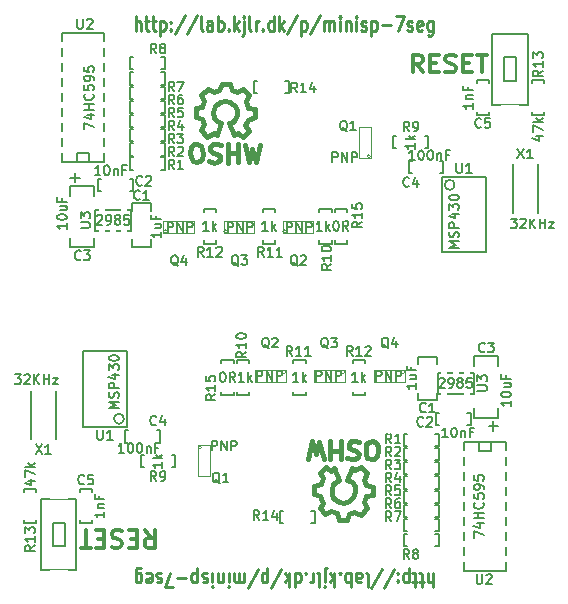
<source format=gto>
%FSLAX34Y34*%
G04 Gerber Fmt 3.4, Leading zero omitted, Abs format*
G04 (created by PCBNEW (2014-02-28 BZR 4729)-product) date man 03 mar 2014 19:53:33 CET*
%MOIN*%
G01*
G70*
G90*
G04 APERTURE LIST*
%ADD10C,0.005906*%
%ADD11C,0.011811*%
%ADD12C,0.007874*%
%ADD13C,0.009843*%
%ADD14C,0.015000*%
%ADD15C,0.008000*%
%ADD16C,0.003100*%
%ADD17C,0.005000*%
%ADD18C,0.006890*%
%ADD19C,0.006000*%
%ADD20O,0.064961X0.100000*%
%ADD21O,0.100000X0.065000*%
%ADD22R,0.035433X0.031496*%
%ADD23R,0.050000X0.031496*%
%ADD24R,0.031496X0.050000*%
%ADD25R,0.035433X0.027559*%
%ADD26R,0.031496X0.035433*%
%ADD27R,0.062992X0.011811*%
%ADD28R,0.020000X0.050000*%
%ADD29R,0.051181X0.043307*%
%ADD30R,0.066929X0.051181*%
%ADD31O,0.065000X0.100000*%
%ADD32R,0.093701X0.021969*%
%ADD33R,0.070866X0.059055*%
%ADD34R,0.062992X0.059055*%
G04 APERTURE END LIST*
G54D10*
G54D11*
X5188Y2235D02*
X5385Y1954D01*
X5525Y2235D02*
X5525Y1645D01*
X5300Y1645D01*
X5244Y1673D01*
X5216Y1701D01*
X5188Y1757D01*
X5188Y1841D01*
X5216Y1898D01*
X5244Y1926D01*
X5300Y1954D01*
X5525Y1954D01*
X4935Y1926D02*
X4738Y1926D01*
X4654Y2235D02*
X4935Y2235D01*
X4935Y1645D01*
X4654Y1645D01*
X4429Y2207D02*
X4344Y2235D01*
X4204Y2235D01*
X4147Y2207D01*
X4119Y2179D01*
X4091Y2123D01*
X4091Y2066D01*
X4119Y2010D01*
X4147Y1982D01*
X4204Y1954D01*
X4316Y1926D01*
X4372Y1898D01*
X4401Y1870D01*
X4429Y1813D01*
X4429Y1757D01*
X4401Y1701D01*
X4372Y1673D01*
X4316Y1645D01*
X4176Y1645D01*
X4091Y1673D01*
X3838Y1926D02*
X3641Y1926D01*
X3557Y2235D02*
X3838Y2235D01*
X3838Y1645D01*
X3557Y1645D01*
X3388Y1645D02*
X3051Y1645D01*
X3219Y2235D02*
X3219Y1645D01*
G54D12*
X16968Y5708D02*
X16653Y5708D01*
X16811Y5866D02*
X16811Y5551D01*
G54D13*
X14791Y813D02*
X14791Y321D01*
X14623Y813D02*
X14623Y555D01*
X14641Y508D01*
X14679Y485D01*
X14735Y485D01*
X14773Y508D01*
X14791Y531D01*
X14491Y485D02*
X14341Y485D01*
X14435Y321D02*
X14435Y742D01*
X14416Y789D01*
X14379Y813D01*
X14341Y813D01*
X14266Y485D02*
X14116Y485D01*
X14210Y321D02*
X14210Y742D01*
X14191Y789D01*
X14154Y813D01*
X14116Y813D01*
X13985Y485D02*
X13985Y977D01*
X13985Y508D02*
X13948Y485D01*
X13873Y485D01*
X13835Y508D01*
X13817Y531D01*
X13798Y578D01*
X13798Y719D01*
X13817Y766D01*
X13835Y789D01*
X13873Y813D01*
X13948Y813D01*
X13985Y789D01*
X13629Y766D02*
X13610Y789D01*
X13629Y813D01*
X13648Y789D01*
X13629Y766D01*
X13629Y813D01*
X13629Y508D02*
X13610Y531D01*
X13629Y555D01*
X13648Y531D01*
X13629Y508D01*
X13629Y555D01*
X13160Y297D02*
X13498Y930D01*
X12748Y297D02*
X13085Y930D01*
X12560Y813D02*
X12598Y789D01*
X12617Y742D01*
X12617Y321D01*
X12242Y813D02*
X12242Y555D01*
X12260Y508D01*
X12298Y485D01*
X12373Y485D01*
X12410Y508D01*
X12242Y789D02*
X12279Y813D01*
X12373Y813D01*
X12410Y789D01*
X12429Y742D01*
X12429Y696D01*
X12410Y649D01*
X12373Y625D01*
X12279Y625D01*
X12242Y602D01*
X12054Y813D02*
X12054Y321D01*
X12054Y508D02*
X12017Y485D01*
X11942Y485D01*
X11904Y508D01*
X11886Y531D01*
X11867Y578D01*
X11867Y719D01*
X11886Y766D01*
X11904Y789D01*
X11942Y813D01*
X12017Y813D01*
X12054Y789D01*
X11698Y766D02*
X11679Y789D01*
X11698Y813D01*
X11717Y789D01*
X11698Y766D01*
X11698Y813D01*
X11511Y813D02*
X11511Y321D01*
X11473Y625D02*
X11361Y813D01*
X11361Y485D02*
X11511Y672D01*
X11192Y485D02*
X11192Y906D01*
X11211Y953D01*
X11248Y977D01*
X11267Y977D01*
X11192Y321D02*
X11211Y344D01*
X11192Y367D01*
X11173Y344D01*
X11192Y321D01*
X11192Y367D01*
X10948Y813D02*
X10986Y789D01*
X11004Y742D01*
X11004Y321D01*
X10798Y813D02*
X10798Y485D01*
X10798Y578D02*
X10779Y531D01*
X10761Y508D01*
X10723Y485D01*
X10686Y485D01*
X10554Y766D02*
X10536Y789D01*
X10554Y813D01*
X10573Y789D01*
X10554Y766D01*
X10554Y813D01*
X10198Y813D02*
X10198Y321D01*
X10198Y789D02*
X10236Y813D01*
X10311Y813D01*
X10348Y789D01*
X10367Y766D01*
X10386Y719D01*
X10386Y578D01*
X10367Y531D01*
X10348Y508D01*
X10311Y485D01*
X10236Y485D01*
X10198Y508D01*
X10011Y813D02*
X10011Y321D01*
X9973Y625D02*
X9861Y813D01*
X9861Y485D02*
X10011Y672D01*
X9411Y297D02*
X9748Y930D01*
X9280Y485D02*
X9280Y977D01*
X9280Y508D02*
X9242Y485D01*
X9167Y485D01*
X9130Y508D01*
X9111Y531D01*
X9092Y578D01*
X9092Y719D01*
X9111Y766D01*
X9130Y789D01*
X9167Y813D01*
X9242Y813D01*
X9280Y789D01*
X8642Y297D02*
X8980Y930D01*
X8511Y813D02*
X8511Y485D01*
X8511Y531D02*
X8492Y508D01*
X8455Y485D01*
X8398Y485D01*
X8361Y508D01*
X8342Y555D01*
X8342Y813D01*
X8342Y555D02*
X8323Y508D01*
X8286Y485D01*
X8230Y485D01*
X8192Y508D01*
X8173Y555D01*
X8173Y813D01*
X7986Y813D02*
X7986Y485D01*
X7986Y321D02*
X8005Y344D01*
X7986Y367D01*
X7967Y344D01*
X7986Y321D01*
X7986Y367D01*
X7799Y485D02*
X7799Y813D01*
X7799Y531D02*
X7780Y508D01*
X7742Y485D01*
X7686Y485D01*
X7649Y508D01*
X7630Y555D01*
X7630Y813D01*
X7442Y813D02*
X7442Y485D01*
X7442Y321D02*
X7461Y344D01*
X7442Y367D01*
X7424Y344D01*
X7442Y321D01*
X7442Y367D01*
X7274Y789D02*
X7236Y813D01*
X7161Y813D01*
X7124Y789D01*
X7105Y742D01*
X7105Y719D01*
X7124Y672D01*
X7161Y649D01*
X7217Y649D01*
X7255Y625D01*
X7274Y578D01*
X7274Y555D01*
X7255Y508D01*
X7217Y485D01*
X7161Y485D01*
X7124Y508D01*
X6936Y485D02*
X6936Y977D01*
X6936Y508D02*
X6899Y485D01*
X6824Y485D01*
X6786Y508D01*
X6767Y531D01*
X6749Y578D01*
X6749Y719D01*
X6767Y766D01*
X6786Y789D01*
X6824Y813D01*
X6899Y813D01*
X6936Y789D01*
X6580Y625D02*
X6280Y625D01*
X6130Y321D02*
X5868Y321D01*
X6036Y813D01*
X5736Y789D02*
X5699Y813D01*
X5624Y813D01*
X5586Y789D01*
X5568Y742D01*
X5568Y719D01*
X5586Y672D01*
X5624Y649D01*
X5680Y649D01*
X5718Y625D01*
X5736Y578D01*
X5736Y555D01*
X5718Y508D01*
X5680Y485D01*
X5624Y485D01*
X5586Y508D01*
X5249Y789D02*
X5286Y813D01*
X5361Y813D01*
X5399Y789D01*
X5418Y742D01*
X5418Y555D01*
X5399Y508D01*
X5361Y485D01*
X5286Y485D01*
X5249Y508D01*
X5230Y555D01*
X5230Y602D01*
X5418Y649D01*
X4893Y485D02*
X4893Y883D01*
X4911Y930D01*
X4930Y953D01*
X4968Y977D01*
X5024Y977D01*
X5061Y953D01*
X4893Y789D02*
X4930Y813D01*
X5005Y813D01*
X5043Y789D01*
X5061Y766D01*
X5080Y719D01*
X5080Y578D01*
X5061Y531D01*
X5043Y508D01*
X5005Y485D01*
X4930Y485D01*
X4893Y508D01*
G54D12*
X2716Y13976D02*
X3031Y13976D01*
X2874Y13818D02*
X2874Y14133D01*
G54D13*
X4893Y18871D02*
X4893Y19363D01*
X5061Y18871D02*
X5061Y19129D01*
X5043Y19176D01*
X5005Y19199D01*
X4949Y19199D01*
X4911Y19176D01*
X4893Y19153D01*
X5193Y19199D02*
X5343Y19199D01*
X5249Y19363D02*
X5249Y18942D01*
X5268Y18895D01*
X5305Y18871D01*
X5343Y18871D01*
X5418Y19199D02*
X5568Y19199D01*
X5474Y19363D02*
X5474Y18942D01*
X5493Y18895D01*
X5530Y18871D01*
X5568Y18871D01*
X5699Y19199D02*
X5699Y18707D01*
X5699Y19176D02*
X5736Y19199D01*
X5811Y19199D01*
X5849Y19176D01*
X5868Y19153D01*
X5886Y19106D01*
X5886Y18965D01*
X5868Y18918D01*
X5849Y18895D01*
X5811Y18871D01*
X5736Y18871D01*
X5699Y18895D01*
X6055Y18918D02*
X6074Y18895D01*
X6055Y18871D01*
X6036Y18895D01*
X6055Y18918D01*
X6055Y18871D01*
X6055Y19176D02*
X6074Y19153D01*
X6055Y19129D01*
X6036Y19153D01*
X6055Y19176D01*
X6055Y19129D01*
X6524Y19387D02*
X6186Y18754D01*
X6936Y19387D02*
X6599Y18754D01*
X7124Y18871D02*
X7086Y18895D01*
X7067Y18942D01*
X7067Y19363D01*
X7442Y18871D02*
X7442Y19129D01*
X7424Y19176D01*
X7386Y19199D01*
X7311Y19199D01*
X7274Y19176D01*
X7442Y18895D02*
X7405Y18871D01*
X7311Y18871D01*
X7274Y18895D01*
X7255Y18942D01*
X7255Y18989D01*
X7274Y19035D01*
X7311Y19059D01*
X7405Y19059D01*
X7442Y19082D01*
X7630Y18871D02*
X7630Y19363D01*
X7630Y19176D02*
X7667Y19199D01*
X7742Y19199D01*
X7780Y19176D01*
X7799Y19153D01*
X7817Y19106D01*
X7817Y18965D01*
X7799Y18918D01*
X7780Y18895D01*
X7742Y18871D01*
X7667Y18871D01*
X7630Y18895D01*
X7986Y18918D02*
X8005Y18895D01*
X7986Y18871D01*
X7967Y18895D01*
X7986Y18918D01*
X7986Y18871D01*
X8173Y18871D02*
X8173Y19363D01*
X8211Y19059D02*
X8323Y18871D01*
X8323Y19199D02*
X8173Y19012D01*
X8492Y19199D02*
X8492Y18778D01*
X8473Y18731D01*
X8436Y18707D01*
X8417Y18707D01*
X8492Y19363D02*
X8473Y19340D01*
X8492Y19317D01*
X8511Y19340D01*
X8492Y19363D01*
X8492Y19317D01*
X8736Y18871D02*
X8698Y18895D01*
X8680Y18942D01*
X8680Y19363D01*
X8886Y18871D02*
X8886Y19199D01*
X8886Y19106D02*
X8905Y19153D01*
X8923Y19176D01*
X8961Y19199D01*
X8998Y19199D01*
X9130Y18918D02*
X9148Y18895D01*
X9130Y18871D01*
X9111Y18895D01*
X9130Y18918D01*
X9130Y18871D01*
X9486Y18871D02*
X9486Y19363D01*
X9486Y18895D02*
X9448Y18871D01*
X9373Y18871D01*
X9336Y18895D01*
X9317Y18918D01*
X9298Y18965D01*
X9298Y19106D01*
X9317Y19153D01*
X9336Y19176D01*
X9373Y19199D01*
X9448Y19199D01*
X9486Y19176D01*
X9673Y18871D02*
X9673Y19363D01*
X9711Y19059D02*
X9823Y18871D01*
X9823Y19199D02*
X9673Y19012D01*
X10273Y19387D02*
X9936Y18754D01*
X10404Y19199D02*
X10404Y18707D01*
X10404Y19176D02*
X10442Y19199D01*
X10517Y19199D01*
X10554Y19176D01*
X10573Y19153D01*
X10592Y19106D01*
X10592Y18965D01*
X10573Y18918D01*
X10554Y18895D01*
X10517Y18871D01*
X10442Y18871D01*
X10404Y18895D01*
X11042Y19387D02*
X10704Y18754D01*
X11173Y18871D02*
X11173Y19199D01*
X11173Y19153D02*
X11192Y19176D01*
X11229Y19199D01*
X11286Y19199D01*
X11323Y19176D01*
X11342Y19129D01*
X11342Y18871D01*
X11342Y19129D02*
X11361Y19176D01*
X11398Y19199D01*
X11454Y19199D01*
X11492Y19176D01*
X11511Y19129D01*
X11511Y18871D01*
X11698Y18871D02*
X11698Y19199D01*
X11698Y19363D02*
X11679Y19340D01*
X11698Y19317D01*
X11717Y19340D01*
X11698Y19363D01*
X11698Y19317D01*
X11886Y19199D02*
X11886Y18871D01*
X11886Y19153D02*
X11904Y19176D01*
X11942Y19199D01*
X11998Y19199D01*
X12035Y19176D01*
X12054Y19129D01*
X12054Y18871D01*
X12242Y18871D02*
X12242Y19199D01*
X12242Y19363D02*
X12223Y19340D01*
X12242Y19317D01*
X12260Y19340D01*
X12242Y19363D01*
X12242Y19317D01*
X12410Y18895D02*
X12448Y18871D01*
X12523Y18871D01*
X12560Y18895D01*
X12579Y18942D01*
X12579Y18965D01*
X12560Y19012D01*
X12523Y19035D01*
X12467Y19035D01*
X12429Y19059D01*
X12410Y19106D01*
X12410Y19129D01*
X12429Y19176D01*
X12467Y19199D01*
X12523Y19199D01*
X12560Y19176D01*
X12748Y19199D02*
X12748Y18707D01*
X12748Y19176D02*
X12785Y19199D01*
X12860Y19199D01*
X12898Y19176D01*
X12917Y19153D01*
X12935Y19106D01*
X12935Y18965D01*
X12917Y18918D01*
X12898Y18895D01*
X12860Y18871D01*
X12785Y18871D01*
X12748Y18895D01*
X13104Y19059D02*
X13404Y19059D01*
X13554Y19363D02*
X13817Y19363D01*
X13648Y18871D01*
X13948Y18895D02*
X13985Y18871D01*
X14060Y18871D01*
X14098Y18895D01*
X14116Y18942D01*
X14116Y18965D01*
X14098Y19012D01*
X14060Y19035D01*
X14004Y19035D01*
X13967Y19059D01*
X13948Y19106D01*
X13948Y19129D01*
X13967Y19176D01*
X14004Y19199D01*
X14060Y19199D01*
X14098Y19176D01*
X14435Y18895D02*
X14398Y18871D01*
X14323Y18871D01*
X14285Y18895D01*
X14266Y18942D01*
X14266Y19129D01*
X14285Y19176D01*
X14323Y19199D01*
X14398Y19199D01*
X14435Y19176D01*
X14454Y19129D01*
X14454Y19082D01*
X14266Y19035D01*
X14791Y19199D02*
X14791Y18801D01*
X14773Y18754D01*
X14754Y18731D01*
X14716Y18707D01*
X14660Y18707D01*
X14623Y18731D01*
X14791Y18895D02*
X14754Y18871D01*
X14679Y18871D01*
X14641Y18895D01*
X14623Y18918D01*
X14604Y18965D01*
X14604Y19106D01*
X14623Y19153D01*
X14641Y19176D01*
X14679Y19199D01*
X14754Y19199D01*
X14791Y19176D01*
G54D14*
X11154Y4602D02*
X11012Y5181D01*
X11012Y5181D02*
X10902Y4763D01*
X10902Y4763D02*
X10780Y5185D01*
X10780Y5185D02*
X10646Y4614D01*
X11713Y4874D02*
X11402Y4870D01*
X11402Y4870D02*
X11398Y4874D01*
X11398Y4874D02*
X11398Y4870D01*
X11382Y4590D02*
X11382Y5197D01*
X11732Y4586D02*
X11732Y5204D01*
X11732Y5204D02*
X11728Y5200D01*
X11949Y4626D02*
X12087Y4594D01*
X12087Y4594D02*
X12213Y4590D01*
X12213Y4590D02*
X12307Y4669D01*
X12307Y4669D02*
X12319Y4775D01*
X12319Y4775D02*
X12224Y4870D01*
X12224Y4870D02*
X12071Y4921D01*
X12071Y4921D02*
X12000Y4984D01*
X12000Y4984D02*
X11984Y5102D01*
X11984Y5102D02*
X12075Y5189D01*
X12075Y5189D02*
X12201Y5200D01*
X12201Y5200D02*
X12339Y5157D01*
X12748Y4586D02*
X12846Y4594D01*
X12846Y4594D02*
X12941Y4689D01*
X12941Y4689D02*
X12976Y4882D01*
X12976Y4882D02*
X12965Y5019D01*
X12965Y5019D02*
X12886Y5145D01*
X12886Y5145D02*
X12787Y5193D01*
X12787Y5193D02*
X12665Y5165D01*
X12665Y5165D02*
X12579Y5094D01*
X12579Y5094D02*
X12551Y4913D01*
X12551Y4913D02*
X12571Y4752D01*
X12571Y4752D02*
X12614Y4641D01*
X12614Y4641D02*
X12756Y4590D01*
X12512Y3909D02*
X12614Y4130D01*
X12614Y4130D02*
X12402Y4334D01*
X12402Y4334D02*
X12197Y4228D01*
X12197Y4228D02*
X12087Y4291D01*
X11520Y4283D02*
X11390Y4208D01*
X11390Y4208D02*
X11217Y4338D01*
X11217Y4338D02*
X11031Y4145D01*
X11031Y4145D02*
X11142Y3956D01*
X11142Y3956D02*
X11067Y3771D01*
X11067Y3771D02*
X10827Y3697D01*
X10827Y3697D02*
X10827Y3429D01*
X10827Y3429D02*
X11047Y3374D01*
X11047Y3374D02*
X11126Y3149D01*
X11126Y3149D02*
X11020Y2964D01*
X11020Y2964D02*
X11205Y2763D01*
X11205Y2763D02*
X11409Y2866D01*
X11409Y2866D02*
X11594Y2787D01*
X11594Y2787D02*
X11661Y2574D01*
X11661Y2574D02*
X11933Y2567D01*
X11933Y2567D02*
X12016Y2783D01*
X12016Y2783D02*
X12181Y2850D01*
X12181Y2850D02*
X12398Y2744D01*
X12398Y2744D02*
X12602Y2952D01*
X12602Y2952D02*
X12504Y3165D01*
X12504Y3165D02*
X12571Y3354D01*
X12571Y3354D02*
X12787Y3393D01*
X12787Y3393D02*
X12791Y3669D01*
X12791Y3669D02*
X12571Y3748D01*
X12571Y3748D02*
X12516Y3905D01*
X11673Y3897D02*
X11555Y3838D01*
X11555Y3838D02*
X11476Y3760D01*
X11476Y3760D02*
X11417Y3602D01*
X11417Y3602D02*
X11417Y3445D01*
X11417Y3445D02*
X11476Y3307D01*
X11476Y3307D02*
X11654Y3169D01*
X11654Y3169D02*
X11831Y3149D01*
X11831Y3149D02*
X11988Y3189D01*
X11988Y3189D02*
X12146Y3326D01*
X12146Y3326D02*
X12205Y3504D01*
X12205Y3504D02*
X12185Y3700D01*
X12185Y3700D02*
X12087Y3819D01*
X12087Y3819D02*
X11949Y3897D01*
X11949Y3897D02*
X12087Y4291D01*
X11673Y3897D02*
X11516Y4291D01*
G54D15*
X15944Y5740D02*
X16051Y5740D01*
X16051Y5740D02*
X16051Y6149D01*
X16051Y6149D02*
X15944Y6149D01*
X15000Y6149D02*
X14893Y6149D01*
X14893Y6149D02*
X14893Y5740D01*
X14893Y5740D02*
X15000Y5740D01*
X4645Y5559D02*
X4539Y5559D01*
X4539Y5559D02*
X4539Y5149D01*
X4539Y5149D02*
X4645Y5149D01*
X5590Y5149D02*
X5696Y5149D01*
X5696Y5149D02*
X5696Y5559D01*
X5696Y5559D02*
X5590Y5559D01*
G54D16*
X7089Y4990D02*
G75*
G03X7089Y4990I-62J0D01*
G74*
G01*
X7365Y4027D02*
X6965Y4027D01*
X7365Y5052D02*
X6965Y5052D01*
X6965Y4027D02*
X6965Y5052D01*
X7365Y5052D02*
X7365Y4027D01*
X9895Y7500D02*
G75*
G03X9895Y7500I-62J0D01*
G74*
G01*
X8870Y7162D02*
X8870Y7562D01*
X9895Y7162D02*
X9895Y7562D01*
X8870Y7562D02*
X9895Y7562D01*
X9895Y7162D02*
X8870Y7162D01*
X11864Y7500D02*
G75*
G03X11864Y7500I-62J0D01*
G74*
G01*
X10838Y7162D02*
X10838Y7562D01*
X11863Y7162D02*
X11863Y7562D01*
X10838Y7562D02*
X11863Y7562D01*
X11863Y7162D02*
X10838Y7162D01*
X13872Y7500D02*
G75*
G03X13872Y7500I-62J0D01*
G74*
G01*
X12846Y7162D02*
X12846Y7562D01*
X13871Y7162D02*
X13871Y7562D01*
X12846Y7562D02*
X13871Y7562D01*
X13871Y7162D02*
X12846Y7162D01*
G54D15*
X14881Y5031D02*
X14988Y5031D01*
X14988Y5031D02*
X14988Y5440D01*
X14988Y5440D02*
X14881Y5440D01*
X13937Y5440D02*
X13830Y5440D01*
X13830Y5440D02*
X13830Y5031D01*
X13830Y5031D02*
X13937Y5031D01*
X14881Y4559D02*
X14988Y4559D01*
X14988Y4559D02*
X14988Y4968D01*
X14988Y4968D02*
X14881Y4968D01*
X13937Y4968D02*
X13830Y4968D01*
X13830Y4968D02*
X13830Y4559D01*
X13830Y4559D02*
X13937Y4559D01*
X14881Y4086D02*
X14988Y4086D01*
X14988Y4086D02*
X14988Y4496D01*
X14988Y4496D02*
X14881Y4496D01*
X13937Y4496D02*
X13830Y4496D01*
X13830Y4496D02*
X13830Y4086D01*
X13830Y4086D02*
X13937Y4086D01*
X14881Y3614D02*
X14988Y3614D01*
X14988Y3614D02*
X14988Y4023D01*
X14988Y4023D02*
X14881Y4023D01*
X13937Y4023D02*
X13830Y4023D01*
X13830Y4023D02*
X13830Y3614D01*
X13830Y3614D02*
X13937Y3614D01*
X14881Y3141D02*
X14988Y3141D01*
X14988Y3141D02*
X14988Y3551D01*
X14988Y3551D02*
X14881Y3551D01*
X13937Y3551D02*
X13830Y3551D01*
X13830Y3551D02*
X13830Y3141D01*
X13830Y3141D02*
X13937Y3141D01*
X14881Y2669D02*
X14988Y2669D01*
X14988Y2669D02*
X14988Y3078D01*
X14988Y3078D02*
X14881Y3078D01*
X13937Y3078D02*
X13830Y3078D01*
X13830Y3078D02*
X13830Y2669D01*
X13830Y2669D02*
X13937Y2669D01*
X14881Y2196D02*
X14988Y2196D01*
X14988Y2196D02*
X14988Y2606D01*
X14988Y2606D02*
X14881Y2606D01*
X13937Y2606D02*
X13830Y2606D01*
X13830Y2606D02*
X13830Y2196D01*
X13830Y2196D02*
X13937Y2196D01*
X14881Y1685D02*
X14988Y1685D01*
X14988Y1685D02*
X14988Y2094D01*
X14988Y2094D02*
X14881Y2094D01*
X13937Y2094D02*
X13830Y2094D01*
X13830Y2094D02*
X13830Y1685D01*
X13830Y1685D02*
X13937Y1685D01*
X6102Y4322D02*
X6208Y4322D01*
X6208Y4322D02*
X6208Y4732D01*
X6208Y4732D02*
X6102Y4732D01*
X5157Y4732D02*
X5051Y4732D01*
X5051Y4732D02*
X5051Y4322D01*
X5051Y4322D02*
X5157Y4322D01*
X8259Y6850D02*
X8259Y6744D01*
X8259Y6744D02*
X8669Y6744D01*
X8669Y6744D02*
X8669Y6850D01*
X8669Y7795D02*
X8669Y7901D01*
X8669Y7901D02*
X8259Y7901D01*
X8259Y7901D02*
X8259Y7795D01*
X10559Y7795D02*
X10559Y7901D01*
X10559Y7901D02*
X10149Y7901D01*
X10149Y7901D02*
X10149Y7795D01*
X10149Y6850D02*
X10149Y6744D01*
X10149Y6744D02*
X10559Y6744D01*
X10559Y6744D02*
X10559Y6850D01*
X12527Y7795D02*
X12527Y7901D01*
X12527Y7901D02*
X12118Y7901D01*
X12118Y7901D02*
X12118Y7795D01*
X12118Y6850D02*
X12118Y6744D01*
X12118Y6744D02*
X12527Y6744D01*
X12527Y6744D02*
X12527Y6850D01*
X1582Y3503D02*
X1582Y3610D01*
X1582Y3610D02*
X1173Y3610D01*
X1173Y3610D02*
X1173Y3503D01*
X1173Y2559D02*
X1173Y2452D01*
X1173Y2452D02*
X1582Y2452D01*
X1582Y2452D02*
X1582Y2559D01*
X4586Y8188D02*
X4586Y5669D01*
X4586Y5669D02*
X3129Y5669D01*
X3129Y5669D02*
X3129Y8188D01*
X3129Y8188D02*
X4586Y8188D01*
X4497Y5944D02*
G75*
G03X4497Y5944I-167J0D01*
G74*
G01*
G54D17*
X14951Y6775D02*
X14951Y7475D01*
X14951Y7475D02*
X16151Y7475D01*
X16151Y7475D02*
X16151Y6775D01*
X16151Y6775D02*
X14951Y6775D01*
G54D15*
X14921Y7755D02*
X14921Y8011D01*
X14921Y8011D02*
X14291Y8011D01*
X14291Y8011D02*
X14291Y7755D01*
X14291Y6811D02*
X14291Y6555D01*
X14291Y6555D02*
X14921Y6555D01*
X14921Y6555D02*
X14921Y6811D01*
X16968Y7706D02*
X16968Y8031D01*
X16968Y8031D02*
X16181Y8031D01*
X16181Y8031D02*
X16181Y7706D01*
X16181Y6309D02*
X16181Y5984D01*
X16181Y5984D02*
X16968Y5984D01*
X16968Y5984D02*
X16968Y6309D01*
X9803Y2881D02*
X9696Y2881D01*
X9696Y2881D02*
X9696Y2472D01*
X9696Y2472D02*
X9803Y2472D01*
X10748Y2472D02*
X10854Y2472D01*
X10854Y2472D02*
X10854Y2881D01*
X10854Y2881D02*
X10748Y2881D01*
X8157Y7795D02*
X8157Y7901D01*
X8157Y7901D02*
X7748Y7901D01*
X7748Y7901D02*
X7748Y7795D01*
X7748Y6850D02*
X7748Y6744D01*
X7748Y6744D02*
X8157Y6744D01*
X8157Y6744D02*
X8157Y6850D01*
X17235Y5181D02*
X17235Y881D01*
X17235Y881D02*
X15835Y881D01*
X15835Y881D02*
X15835Y5181D01*
X15835Y5181D02*
X17235Y5181D01*
X16735Y5181D02*
X16735Y4881D01*
X16735Y4881D02*
X16335Y4881D01*
X16335Y4881D02*
X16335Y5181D01*
X2224Y6870D02*
X2224Y5255D01*
X1397Y6870D02*
X1397Y5255D01*
X3023Y2559D02*
X3023Y2452D01*
X3023Y2452D02*
X3433Y2452D01*
X3433Y2452D02*
X3433Y2559D01*
X3433Y3503D02*
X3433Y3610D01*
X3433Y3610D02*
X3023Y3610D01*
X3023Y3610D02*
X3023Y3503D01*
G54D10*
X2125Y1692D02*
X2519Y1692D01*
X2519Y1692D02*
X2519Y2480D01*
X2519Y2480D02*
X2125Y2480D01*
X2125Y2480D02*
X2125Y1692D01*
X2913Y905D02*
X2913Y3267D01*
X2913Y3267D02*
X1732Y3267D01*
X1732Y3267D02*
X1732Y905D01*
X1732Y905D02*
X2913Y905D01*
G54D14*
X8531Y15082D02*
X8673Y14503D01*
X8673Y14503D02*
X8783Y14921D01*
X8783Y14921D02*
X8905Y14499D01*
X8905Y14499D02*
X9039Y15070D01*
X7972Y14810D02*
X8283Y14814D01*
X8283Y14814D02*
X8287Y14810D01*
X8287Y14810D02*
X8287Y14814D01*
X8303Y15094D02*
X8303Y14487D01*
X7953Y15098D02*
X7953Y14480D01*
X7953Y14480D02*
X7957Y14484D01*
X7736Y15058D02*
X7598Y15090D01*
X7598Y15090D02*
X7472Y15094D01*
X7472Y15094D02*
X7378Y15015D01*
X7378Y15015D02*
X7366Y14909D01*
X7366Y14909D02*
X7461Y14814D01*
X7461Y14814D02*
X7614Y14763D01*
X7614Y14763D02*
X7685Y14700D01*
X7685Y14700D02*
X7701Y14582D01*
X7701Y14582D02*
X7610Y14495D01*
X7610Y14495D02*
X7484Y14484D01*
X7484Y14484D02*
X7346Y14527D01*
X6937Y15098D02*
X6839Y15090D01*
X6839Y15090D02*
X6744Y14995D01*
X6744Y14995D02*
X6709Y14802D01*
X6709Y14802D02*
X6720Y14665D01*
X6720Y14665D02*
X6799Y14539D01*
X6799Y14539D02*
X6898Y14491D01*
X6898Y14491D02*
X7020Y14519D01*
X7020Y14519D02*
X7106Y14590D01*
X7106Y14590D02*
X7134Y14771D01*
X7134Y14771D02*
X7114Y14932D01*
X7114Y14932D02*
X7071Y15043D01*
X7071Y15043D02*
X6929Y15094D01*
X7173Y15775D02*
X7071Y15554D01*
X7071Y15554D02*
X7283Y15350D01*
X7283Y15350D02*
X7488Y15456D01*
X7488Y15456D02*
X7598Y15393D01*
X8165Y15401D02*
X8295Y15476D01*
X8295Y15476D02*
X8468Y15346D01*
X8468Y15346D02*
X8654Y15539D01*
X8654Y15539D02*
X8543Y15728D01*
X8543Y15728D02*
X8618Y15913D01*
X8618Y15913D02*
X8858Y15987D01*
X8858Y15987D02*
X8858Y16255D01*
X8858Y16255D02*
X8638Y16310D01*
X8638Y16310D02*
X8559Y16535D01*
X8559Y16535D02*
X8665Y16720D01*
X8665Y16720D02*
X8480Y16921D01*
X8480Y16921D02*
X8276Y16818D01*
X8276Y16818D02*
X8091Y16897D01*
X8091Y16897D02*
X8024Y17110D01*
X8024Y17110D02*
X7752Y17117D01*
X7752Y17117D02*
X7669Y16901D01*
X7669Y16901D02*
X7504Y16834D01*
X7504Y16834D02*
X7287Y16940D01*
X7287Y16940D02*
X7083Y16732D01*
X7083Y16732D02*
X7181Y16519D01*
X7181Y16519D02*
X7114Y16330D01*
X7114Y16330D02*
X6898Y16291D01*
X6898Y16291D02*
X6894Y16015D01*
X6894Y16015D02*
X7114Y15936D01*
X7114Y15936D02*
X7169Y15779D01*
X8012Y15787D02*
X8130Y15846D01*
X8130Y15846D02*
X8209Y15924D01*
X8209Y15924D02*
X8268Y16082D01*
X8268Y16082D02*
X8268Y16239D01*
X8268Y16239D02*
X8209Y16377D01*
X8209Y16377D02*
X8031Y16515D01*
X8031Y16515D02*
X7854Y16535D01*
X7854Y16535D02*
X7697Y16495D01*
X7697Y16495D02*
X7539Y16358D01*
X7539Y16358D02*
X7480Y16180D01*
X7480Y16180D02*
X7500Y15984D01*
X7500Y15984D02*
X7598Y15865D01*
X7598Y15865D02*
X7736Y15787D01*
X7736Y15787D02*
X7598Y15393D01*
X8012Y15787D02*
X8169Y15393D01*
G54D15*
X3740Y13944D02*
X3633Y13944D01*
X3633Y13944D02*
X3633Y13535D01*
X3633Y13535D02*
X3740Y13535D01*
X4685Y13535D02*
X4791Y13535D01*
X4791Y13535D02*
X4791Y13944D01*
X4791Y13944D02*
X4685Y13944D01*
X15039Y14125D02*
X15145Y14125D01*
X15145Y14125D02*
X15145Y14535D01*
X15145Y14535D02*
X15039Y14535D01*
X14094Y14535D02*
X13988Y14535D01*
X13988Y14535D02*
X13988Y14125D01*
X13988Y14125D02*
X14094Y14125D01*
G54D16*
X12720Y14694D02*
G75*
G03X12720Y14694I-62J0D01*
G74*
G01*
X12319Y15657D02*
X12719Y15657D01*
X12319Y14632D02*
X12719Y14632D01*
X12719Y15657D02*
X12719Y14632D01*
X12319Y14632D02*
X12319Y15657D01*
X9914Y12184D02*
G75*
G03X9914Y12184I-62J0D01*
G74*
G01*
X10814Y12522D02*
X10814Y12122D01*
X9789Y12522D02*
X9789Y12122D01*
X10814Y12122D02*
X9789Y12122D01*
X9789Y12522D02*
X10814Y12522D01*
X7946Y12184D02*
G75*
G03X7946Y12184I-62J0D01*
G74*
G01*
X8846Y12522D02*
X8846Y12122D01*
X7821Y12522D02*
X7821Y12122D01*
X8846Y12122D02*
X7821Y12122D01*
X7821Y12522D02*
X8846Y12522D01*
X5938Y12184D02*
G75*
G03X5938Y12184I-62J0D01*
G74*
G01*
X6838Y12522D02*
X6838Y12122D01*
X5813Y12522D02*
X5813Y12122D01*
X6838Y12122D02*
X5813Y12122D01*
X5813Y12522D02*
X6838Y12522D01*
G54D15*
X4803Y14653D02*
X4696Y14653D01*
X4696Y14653D02*
X4696Y14244D01*
X4696Y14244D02*
X4803Y14244D01*
X5748Y14244D02*
X5854Y14244D01*
X5854Y14244D02*
X5854Y14653D01*
X5854Y14653D02*
X5748Y14653D01*
X4803Y15125D02*
X4696Y15125D01*
X4696Y15125D02*
X4696Y14716D01*
X4696Y14716D02*
X4803Y14716D01*
X5748Y14716D02*
X5854Y14716D01*
X5854Y14716D02*
X5854Y15125D01*
X5854Y15125D02*
X5748Y15125D01*
X4803Y15598D02*
X4696Y15598D01*
X4696Y15598D02*
X4696Y15188D01*
X4696Y15188D02*
X4803Y15188D01*
X5748Y15188D02*
X5854Y15188D01*
X5854Y15188D02*
X5854Y15598D01*
X5854Y15598D02*
X5748Y15598D01*
X4803Y16070D02*
X4696Y16070D01*
X4696Y16070D02*
X4696Y15661D01*
X4696Y15661D02*
X4803Y15661D01*
X5748Y15661D02*
X5854Y15661D01*
X5854Y15661D02*
X5854Y16070D01*
X5854Y16070D02*
X5748Y16070D01*
X4803Y16543D02*
X4696Y16543D01*
X4696Y16543D02*
X4696Y16133D01*
X4696Y16133D02*
X4803Y16133D01*
X5748Y16133D02*
X5854Y16133D01*
X5854Y16133D02*
X5854Y16543D01*
X5854Y16543D02*
X5748Y16543D01*
X4803Y17015D02*
X4696Y17015D01*
X4696Y17015D02*
X4696Y16606D01*
X4696Y16606D02*
X4803Y16606D01*
X5748Y16606D02*
X5854Y16606D01*
X5854Y16606D02*
X5854Y17015D01*
X5854Y17015D02*
X5748Y17015D01*
X4803Y17488D02*
X4696Y17488D01*
X4696Y17488D02*
X4696Y17078D01*
X4696Y17078D02*
X4803Y17078D01*
X5748Y17078D02*
X5854Y17078D01*
X5854Y17078D02*
X5854Y17488D01*
X5854Y17488D02*
X5748Y17488D01*
X4803Y18000D02*
X4696Y18000D01*
X4696Y18000D02*
X4696Y17590D01*
X4696Y17590D02*
X4803Y17590D01*
X5748Y17590D02*
X5854Y17590D01*
X5854Y17590D02*
X5854Y18000D01*
X5854Y18000D02*
X5748Y18000D01*
X13582Y15362D02*
X13476Y15362D01*
X13476Y15362D02*
X13476Y14952D01*
X13476Y14952D02*
X13582Y14952D01*
X14527Y14952D02*
X14633Y14952D01*
X14633Y14952D02*
X14633Y15362D01*
X14633Y15362D02*
X14527Y15362D01*
X11425Y12834D02*
X11425Y12940D01*
X11425Y12940D02*
X11015Y12940D01*
X11015Y12940D02*
X11015Y12834D01*
X11015Y11889D02*
X11015Y11783D01*
X11015Y11783D02*
X11425Y11783D01*
X11425Y11783D02*
X11425Y11889D01*
X9125Y11889D02*
X9125Y11783D01*
X9125Y11783D02*
X9535Y11783D01*
X9535Y11783D02*
X9535Y11889D01*
X9535Y12834D02*
X9535Y12940D01*
X9535Y12940D02*
X9125Y12940D01*
X9125Y12940D02*
X9125Y12834D01*
X7157Y11889D02*
X7157Y11783D01*
X7157Y11783D02*
X7566Y11783D01*
X7566Y11783D02*
X7566Y11889D01*
X7566Y12834D02*
X7566Y12940D01*
X7566Y12940D02*
X7157Y12940D01*
X7157Y12940D02*
X7157Y12834D01*
X18102Y16181D02*
X18102Y16074D01*
X18102Y16074D02*
X18511Y16074D01*
X18511Y16074D02*
X18511Y16181D01*
X18511Y17125D02*
X18511Y17232D01*
X18511Y17232D02*
X18102Y17232D01*
X18102Y17232D02*
X18102Y17125D01*
X15098Y11496D02*
X15098Y14015D01*
X15098Y14015D02*
X16555Y14015D01*
X16555Y14015D02*
X16555Y11496D01*
X16555Y11496D02*
X15098Y11496D01*
X15521Y13740D02*
G75*
G03X15521Y13740I-167J0D01*
G74*
G01*
G54D17*
X4733Y12909D02*
X4733Y12209D01*
X4733Y12209D02*
X3533Y12209D01*
X3533Y12209D02*
X3533Y12909D01*
X3533Y12909D02*
X4733Y12909D01*
G54D15*
X4763Y11929D02*
X4763Y11673D01*
X4763Y11673D02*
X5393Y11673D01*
X5393Y11673D02*
X5393Y11929D01*
X5393Y12874D02*
X5393Y13129D01*
X5393Y13129D02*
X4763Y13129D01*
X4763Y13129D02*
X4763Y12874D01*
X2716Y11978D02*
X2716Y11653D01*
X2716Y11653D02*
X3503Y11653D01*
X3503Y11653D02*
X3503Y11978D01*
X3503Y13375D02*
X3503Y13700D01*
X3503Y13700D02*
X2716Y13700D01*
X2716Y13700D02*
X2716Y13375D01*
X9881Y16803D02*
X9988Y16803D01*
X9988Y16803D02*
X9988Y17212D01*
X9988Y17212D02*
X9881Y17212D01*
X8937Y17212D02*
X8830Y17212D01*
X8830Y17212D02*
X8830Y16803D01*
X8830Y16803D02*
X8937Y16803D01*
X11527Y11889D02*
X11527Y11783D01*
X11527Y11783D02*
X11937Y11783D01*
X11937Y11783D02*
X11937Y11889D01*
X11937Y12834D02*
X11937Y12940D01*
X11937Y12940D02*
X11527Y12940D01*
X11527Y12940D02*
X11527Y12834D01*
X2449Y14503D02*
X2449Y18803D01*
X2449Y18803D02*
X3849Y18803D01*
X3849Y18803D02*
X3849Y14503D01*
X3849Y14503D02*
X2449Y14503D01*
X2949Y14503D02*
X2949Y14803D01*
X2949Y14803D02*
X3349Y14803D01*
X3349Y14803D02*
X3349Y14503D01*
X17460Y12814D02*
X17460Y14429D01*
X18287Y12814D02*
X18287Y14429D01*
X16661Y17125D02*
X16661Y17232D01*
X16661Y17232D02*
X16251Y17232D01*
X16251Y17232D02*
X16251Y17125D01*
X16251Y16181D02*
X16251Y16074D01*
X16251Y16074D02*
X16661Y16074D01*
X16661Y16074D02*
X16661Y16181D01*
G54D10*
X17559Y17992D02*
X17165Y17992D01*
X17165Y17992D02*
X17165Y17204D01*
X17165Y17204D02*
X17559Y17204D01*
X17559Y17204D02*
X17559Y17992D01*
X16771Y18779D02*
X16771Y16417D01*
X16771Y16417D02*
X17952Y16417D01*
X17952Y16417D02*
X17952Y18779D01*
X17952Y18779D02*
X16771Y18779D01*
G54D15*
X14474Y5712D02*
X14458Y5697D01*
X14413Y5682D01*
X14382Y5682D01*
X14337Y5697D01*
X14306Y5727D01*
X14291Y5758D01*
X14276Y5819D01*
X14276Y5864D01*
X14291Y5925D01*
X14306Y5956D01*
X14337Y5986D01*
X14382Y6002D01*
X14413Y6002D01*
X14458Y5986D01*
X14474Y5971D01*
X14596Y5971D02*
X14611Y5986D01*
X14641Y6002D01*
X14718Y6002D01*
X14748Y5986D01*
X14763Y5971D01*
X14778Y5941D01*
X14778Y5910D01*
X14763Y5864D01*
X14580Y5682D01*
X14778Y5682D01*
X15287Y5327D02*
X15104Y5327D01*
X15195Y5327D02*
X15195Y5647D01*
X15165Y5601D01*
X15134Y5571D01*
X15104Y5556D01*
X15485Y5647D02*
X15515Y5647D01*
X15546Y5632D01*
X15561Y5617D01*
X15576Y5586D01*
X15591Y5525D01*
X15591Y5449D01*
X15576Y5388D01*
X15561Y5358D01*
X15546Y5342D01*
X15515Y5327D01*
X15485Y5327D01*
X15454Y5342D01*
X15439Y5358D01*
X15424Y5388D01*
X15408Y5449D01*
X15408Y5525D01*
X15424Y5586D01*
X15439Y5617D01*
X15454Y5632D01*
X15485Y5647D01*
X15728Y5541D02*
X15728Y5327D01*
X15728Y5510D02*
X15744Y5525D01*
X15774Y5541D01*
X15820Y5541D01*
X15850Y5525D01*
X15866Y5495D01*
X15866Y5327D01*
X16125Y5495D02*
X16018Y5495D01*
X16018Y5327D02*
X16018Y5647D01*
X16170Y5647D01*
X5576Y5751D02*
X5561Y5736D01*
X5515Y5721D01*
X5485Y5721D01*
X5439Y5736D01*
X5408Y5767D01*
X5393Y5797D01*
X5378Y5858D01*
X5378Y5904D01*
X5393Y5965D01*
X5408Y5995D01*
X5439Y6026D01*
X5485Y6041D01*
X5515Y6041D01*
X5561Y6026D01*
X5576Y6010D01*
X5850Y5934D02*
X5850Y5721D01*
X5774Y6056D02*
X5698Y5828D01*
X5896Y5828D01*
X4504Y4815D02*
X4321Y4815D01*
X4413Y4815D02*
X4413Y5135D01*
X4382Y5090D01*
X4352Y5059D01*
X4321Y5044D01*
X4702Y5135D02*
X4733Y5135D01*
X4763Y5120D01*
X4779Y5105D01*
X4794Y5074D01*
X4809Y5013D01*
X4809Y4937D01*
X4794Y4876D01*
X4779Y4846D01*
X4763Y4831D01*
X4733Y4815D01*
X4702Y4815D01*
X4672Y4831D01*
X4657Y4846D01*
X4641Y4876D01*
X4626Y4937D01*
X4626Y5013D01*
X4641Y5074D01*
X4657Y5105D01*
X4672Y5120D01*
X4702Y5135D01*
X5007Y5135D02*
X5038Y5135D01*
X5068Y5120D01*
X5083Y5105D01*
X5099Y5074D01*
X5114Y5013D01*
X5114Y4937D01*
X5099Y4876D01*
X5083Y4846D01*
X5068Y4831D01*
X5038Y4815D01*
X5007Y4815D01*
X4977Y4831D01*
X4961Y4846D01*
X4946Y4876D01*
X4931Y4937D01*
X4931Y5013D01*
X4946Y5074D01*
X4961Y5105D01*
X4977Y5120D01*
X5007Y5135D01*
X5251Y5029D02*
X5251Y4815D01*
X5251Y4998D02*
X5266Y5013D01*
X5297Y5029D01*
X5342Y5029D01*
X5373Y5013D01*
X5388Y4983D01*
X5388Y4815D01*
X5647Y4983D02*
X5540Y4983D01*
X5540Y4815D02*
X5540Y5135D01*
X5693Y5135D01*
X7686Y3801D02*
X7655Y3816D01*
X7625Y3846D01*
X7579Y3892D01*
X7548Y3907D01*
X7518Y3907D01*
X7533Y3831D02*
X7503Y3846D01*
X7472Y3877D01*
X7457Y3938D01*
X7457Y4044D01*
X7472Y4105D01*
X7503Y4136D01*
X7533Y4151D01*
X7594Y4151D01*
X7625Y4136D01*
X7655Y4105D01*
X7670Y4044D01*
X7670Y3938D01*
X7655Y3877D01*
X7625Y3846D01*
X7594Y3831D01*
X7533Y3831D01*
X7975Y3831D02*
X7792Y3831D01*
X7884Y3831D02*
X7884Y4151D01*
X7853Y4105D01*
X7823Y4075D01*
X7792Y4060D01*
X7423Y4894D02*
X7423Y5214D01*
X7545Y5214D01*
X7575Y5199D01*
X7590Y5184D01*
X7606Y5153D01*
X7606Y5107D01*
X7590Y5077D01*
X7575Y5062D01*
X7545Y5046D01*
X7423Y5046D01*
X7743Y4894D02*
X7743Y5214D01*
X7926Y4894D01*
X7926Y5214D01*
X8078Y4894D02*
X8078Y5214D01*
X8200Y5214D01*
X8230Y5199D01*
X8246Y5184D01*
X8261Y5153D01*
X8261Y5107D01*
X8246Y5077D01*
X8230Y5062D01*
X8200Y5046D01*
X8078Y5046D01*
X9339Y8289D02*
X9309Y8304D01*
X9278Y8335D01*
X9232Y8380D01*
X9202Y8395D01*
X9171Y8395D01*
X9187Y8319D02*
X9156Y8335D01*
X9126Y8365D01*
X9111Y8426D01*
X9111Y8533D01*
X9126Y8594D01*
X9156Y8624D01*
X9187Y8639D01*
X9248Y8639D01*
X9278Y8624D01*
X9309Y8594D01*
X9324Y8533D01*
X9324Y8426D01*
X9309Y8365D01*
X9278Y8335D01*
X9248Y8319D01*
X9187Y8319D01*
X9446Y8609D02*
X9461Y8624D01*
X9491Y8639D01*
X9568Y8639D01*
X9598Y8624D01*
X9613Y8609D01*
X9629Y8578D01*
X9629Y8548D01*
X9613Y8502D01*
X9431Y8319D01*
X9629Y8319D01*
X8933Y7217D02*
X8933Y7537D01*
X9055Y7537D01*
X9086Y7522D01*
X9101Y7506D01*
X9116Y7476D01*
X9116Y7430D01*
X9101Y7400D01*
X9086Y7385D01*
X9055Y7369D01*
X8933Y7369D01*
X9253Y7217D02*
X9253Y7537D01*
X9436Y7217D01*
X9436Y7537D01*
X9588Y7217D02*
X9588Y7537D01*
X9710Y7537D01*
X9741Y7522D01*
X9756Y7506D01*
X9771Y7476D01*
X9771Y7430D01*
X9756Y7400D01*
X9741Y7385D01*
X9710Y7369D01*
X9588Y7369D01*
X11308Y8289D02*
X11277Y8304D01*
X11247Y8335D01*
X11201Y8380D01*
X11170Y8395D01*
X11140Y8395D01*
X11155Y8319D02*
X11125Y8335D01*
X11094Y8365D01*
X11079Y8426D01*
X11079Y8533D01*
X11094Y8594D01*
X11125Y8624D01*
X11155Y8639D01*
X11216Y8639D01*
X11247Y8624D01*
X11277Y8594D01*
X11292Y8533D01*
X11292Y8426D01*
X11277Y8365D01*
X11247Y8335D01*
X11216Y8319D01*
X11155Y8319D01*
X11399Y8639D02*
X11597Y8639D01*
X11490Y8517D01*
X11536Y8517D01*
X11567Y8502D01*
X11582Y8487D01*
X11597Y8456D01*
X11597Y8380D01*
X11582Y8350D01*
X11567Y8335D01*
X11536Y8319D01*
X11445Y8319D01*
X11414Y8335D01*
X11399Y8350D01*
X10902Y7217D02*
X10902Y7537D01*
X11024Y7537D01*
X11054Y7522D01*
X11069Y7506D01*
X11085Y7476D01*
X11085Y7430D01*
X11069Y7400D01*
X11054Y7385D01*
X11024Y7369D01*
X10902Y7369D01*
X11222Y7217D02*
X11222Y7537D01*
X11405Y7217D01*
X11405Y7537D01*
X11557Y7217D02*
X11557Y7537D01*
X11679Y7537D01*
X11709Y7522D01*
X11725Y7506D01*
X11740Y7476D01*
X11740Y7430D01*
X11725Y7400D01*
X11709Y7385D01*
X11679Y7369D01*
X11557Y7369D01*
X13315Y8289D02*
X13285Y8304D01*
X13255Y8335D01*
X13209Y8380D01*
X13178Y8395D01*
X13148Y8395D01*
X13163Y8319D02*
X13133Y8335D01*
X13102Y8365D01*
X13087Y8426D01*
X13087Y8533D01*
X13102Y8594D01*
X13133Y8624D01*
X13163Y8639D01*
X13224Y8639D01*
X13255Y8624D01*
X13285Y8594D01*
X13300Y8533D01*
X13300Y8426D01*
X13285Y8365D01*
X13255Y8335D01*
X13224Y8319D01*
X13163Y8319D01*
X13575Y8533D02*
X13575Y8319D01*
X13498Y8655D02*
X13422Y8426D01*
X13620Y8426D01*
X12910Y7217D02*
X12910Y7537D01*
X13031Y7537D01*
X13062Y7522D01*
X13077Y7506D01*
X13092Y7476D01*
X13092Y7430D01*
X13077Y7400D01*
X13062Y7385D01*
X13031Y7369D01*
X12910Y7369D01*
X13230Y7217D02*
X13230Y7537D01*
X13412Y7217D01*
X13412Y7537D01*
X13565Y7217D02*
X13565Y7537D01*
X13687Y7537D01*
X13717Y7522D01*
X13732Y7506D01*
X13748Y7476D01*
X13748Y7430D01*
X13732Y7400D01*
X13717Y7385D01*
X13687Y7369D01*
X13565Y7369D01*
X13411Y5130D02*
X13304Y5283D01*
X13228Y5130D02*
X13228Y5450D01*
X13350Y5450D01*
X13380Y5435D01*
X13395Y5420D01*
X13411Y5389D01*
X13411Y5344D01*
X13395Y5313D01*
X13380Y5298D01*
X13350Y5283D01*
X13228Y5283D01*
X13715Y5130D02*
X13533Y5130D01*
X13624Y5130D02*
X13624Y5450D01*
X13594Y5405D01*
X13563Y5374D01*
X13533Y5359D01*
X13411Y4697D02*
X13304Y4850D01*
X13228Y4697D02*
X13228Y5017D01*
X13350Y5017D01*
X13380Y5002D01*
X13395Y4987D01*
X13411Y4956D01*
X13411Y4911D01*
X13395Y4880D01*
X13380Y4865D01*
X13350Y4850D01*
X13228Y4850D01*
X13533Y4987D02*
X13548Y5002D01*
X13578Y5017D01*
X13655Y5017D01*
X13685Y5002D01*
X13700Y4987D01*
X13715Y4956D01*
X13715Y4926D01*
X13700Y4880D01*
X13517Y4697D01*
X13715Y4697D01*
X13411Y4264D02*
X13304Y4417D01*
X13228Y4264D02*
X13228Y4584D01*
X13350Y4584D01*
X13380Y4569D01*
X13395Y4554D01*
X13411Y4523D01*
X13411Y4478D01*
X13395Y4447D01*
X13380Y4432D01*
X13350Y4417D01*
X13228Y4417D01*
X13517Y4584D02*
X13715Y4584D01*
X13609Y4462D01*
X13655Y4462D01*
X13685Y4447D01*
X13700Y4432D01*
X13715Y4401D01*
X13715Y4325D01*
X13700Y4295D01*
X13685Y4279D01*
X13655Y4264D01*
X13563Y4264D01*
X13533Y4279D01*
X13517Y4295D01*
X13411Y3831D02*
X13304Y3983D01*
X13228Y3831D02*
X13228Y4151D01*
X13350Y4151D01*
X13380Y4136D01*
X13395Y4121D01*
X13411Y4090D01*
X13411Y4044D01*
X13395Y4014D01*
X13380Y3999D01*
X13350Y3983D01*
X13228Y3983D01*
X13685Y4044D02*
X13685Y3831D01*
X13609Y4166D02*
X13533Y3938D01*
X13731Y3938D01*
X13411Y3398D02*
X13304Y3550D01*
X13228Y3398D02*
X13228Y3718D01*
X13350Y3718D01*
X13380Y3703D01*
X13395Y3688D01*
X13411Y3657D01*
X13411Y3611D01*
X13395Y3581D01*
X13380Y3566D01*
X13350Y3550D01*
X13228Y3550D01*
X13700Y3718D02*
X13548Y3718D01*
X13533Y3566D01*
X13548Y3581D01*
X13578Y3596D01*
X13655Y3596D01*
X13685Y3581D01*
X13700Y3566D01*
X13715Y3535D01*
X13715Y3459D01*
X13700Y3429D01*
X13685Y3413D01*
X13655Y3398D01*
X13578Y3398D01*
X13548Y3413D01*
X13533Y3429D01*
X13411Y2965D02*
X13304Y3117D01*
X13228Y2965D02*
X13228Y3285D01*
X13350Y3285D01*
X13380Y3270D01*
X13395Y3254D01*
X13411Y3224D01*
X13411Y3178D01*
X13395Y3148D01*
X13380Y3133D01*
X13350Y3117D01*
X13228Y3117D01*
X13685Y3285D02*
X13624Y3285D01*
X13594Y3270D01*
X13578Y3254D01*
X13548Y3209D01*
X13533Y3148D01*
X13533Y3026D01*
X13548Y2995D01*
X13563Y2980D01*
X13594Y2965D01*
X13655Y2965D01*
X13685Y2980D01*
X13700Y2995D01*
X13715Y3026D01*
X13715Y3102D01*
X13700Y3133D01*
X13685Y3148D01*
X13655Y3163D01*
X13594Y3163D01*
X13563Y3148D01*
X13548Y3133D01*
X13533Y3102D01*
X13411Y2532D02*
X13304Y2684D01*
X13228Y2532D02*
X13228Y2852D01*
X13350Y2852D01*
X13380Y2837D01*
X13395Y2821D01*
X13411Y2791D01*
X13411Y2745D01*
X13395Y2715D01*
X13380Y2700D01*
X13350Y2684D01*
X13228Y2684D01*
X13517Y2852D02*
X13731Y2852D01*
X13594Y2532D01*
X14001Y1272D02*
X13895Y1424D01*
X13818Y1272D02*
X13818Y1592D01*
X13940Y1592D01*
X13971Y1577D01*
X13986Y1562D01*
X14001Y1531D01*
X14001Y1485D01*
X13986Y1455D01*
X13971Y1440D01*
X13940Y1424D01*
X13818Y1424D01*
X14184Y1455D02*
X14154Y1470D01*
X14138Y1485D01*
X14123Y1516D01*
X14123Y1531D01*
X14138Y1562D01*
X14154Y1577D01*
X14184Y1592D01*
X14245Y1592D01*
X14276Y1577D01*
X14291Y1562D01*
X14306Y1531D01*
X14306Y1516D01*
X14291Y1485D01*
X14276Y1470D01*
X14245Y1455D01*
X14184Y1455D01*
X14154Y1440D01*
X14138Y1424D01*
X14123Y1394D01*
X14123Y1333D01*
X14138Y1303D01*
X14154Y1287D01*
X14184Y1272D01*
X14245Y1272D01*
X14276Y1287D01*
X14291Y1303D01*
X14306Y1333D01*
X14306Y1394D01*
X14291Y1424D01*
X14276Y1440D01*
X14245Y1455D01*
X5576Y3870D02*
X5469Y4023D01*
X5393Y3870D02*
X5393Y4190D01*
X5515Y4190D01*
X5546Y4175D01*
X5561Y4160D01*
X5576Y4130D01*
X5576Y4084D01*
X5561Y4053D01*
X5546Y4038D01*
X5515Y4023D01*
X5393Y4023D01*
X5728Y3870D02*
X5789Y3870D01*
X5820Y3886D01*
X5835Y3901D01*
X5866Y3947D01*
X5881Y4008D01*
X5881Y4130D01*
X5866Y4160D01*
X5850Y4175D01*
X5820Y4190D01*
X5759Y4190D01*
X5728Y4175D01*
X5713Y4160D01*
X5698Y4130D01*
X5698Y4053D01*
X5713Y4023D01*
X5728Y4008D01*
X5759Y3992D01*
X5820Y3992D01*
X5850Y4008D01*
X5866Y4023D01*
X5881Y4053D01*
X5774Y4489D02*
X5774Y4306D01*
X5774Y4398D02*
X5454Y4398D01*
X5500Y4367D01*
X5530Y4337D01*
X5546Y4306D01*
X5774Y4626D02*
X5454Y4626D01*
X5652Y4657D02*
X5774Y4748D01*
X5561Y4748D02*
X5683Y4626D01*
X8569Y8180D02*
X8417Y8073D01*
X8569Y7997D02*
X8249Y7997D01*
X8249Y8119D01*
X8265Y8149D01*
X8280Y8164D01*
X8310Y8180D01*
X8356Y8180D01*
X8387Y8164D01*
X8402Y8149D01*
X8417Y8119D01*
X8417Y7997D01*
X8569Y8484D02*
X8569Y8302D01*
X8569Y8393D02*
X8249Y8393D01*
X8295Y8362D01*
X8326Y8332D01*
X8341Y8302D01*
X8249Y8682D02*
X8249Y8713D01*
X8265Y8743D01*
X8280Y8759D01*
X8310Y8774D01*
X8371Y8789D01*
X8448Y8789D01*
X8509Y8774D01*
X8539Y8759D01*
X8554Y8743D01*
X8569Y8713D01*
X8569Y8682D01*
X8554Y8652D01*
X8539Y8637D01*
X8509Y8622D01*
X8448Y8606D01*
X8371Y8606D01*
X8310Y8622D01*
X8280Y8637D01*
X8265Y8652D01*
X8249Y8682D01*
X8505Y7178D02*
X8322Y7178D01*
X8413Y7178D02*
X8413Y7498D01*
X8383Y7452D01*
X8352Y7421D01*
X8322Y7406D01*
X8642Y7178D02*
X8642Y7498D01*
X8672Y7299D02*
X8764Y7178D01*
X8764Y7391D02*
X8642Y7269D01*
X10109Y8044D02*
X10002Y8196D01*
X9926Y8044D02*
X9926Y8364D01*
X10048Y8364D01*
X10078Y8348D01*
X10094Y8333D01*
X10109Y8303D01*
X10109Y8257D01*
X10094Y8227D01*
X10078Y8211D01*
X10048Y8196D01*
X9926Y8196D01*
X10414Y8044D02*
X10231Y8044D01*
X10322Y8044D02*
X10322Y8364D01*
X10292Y8318D01*
X10261Y8288D01*
X10231Y8272D01*
X10718Y8044D02*
X10535Y8044D01*
X10627Y8044D02*
X10627Y8364D01*
X10596Y8318D01*
X10566Y8288D01*
X10535Y8272D01*
X10316Y7178D02*
X10133Y7178D01*
X10224Y7178D02*
X10224Y7498D01*
X10194Y7452D01*
X10163Y7421D01*
X10133Y7406D01*
X10453Y7178D02*
X10453Y7498D01*
X10483Y7299D02*
X10575Y7178D01*
X10575Y7391D02*
X10453Y7269D01*
X12117Y8044D02*
X12010Y8196D01*
X11934Y8044D02*
X11934Y8364D01*
X12056Y8364D01*
X12086Y8348D01*
X12101Y8333D01*
X12117Y8303D01*
X12117Y8257D01*
X12101Y8227D01*
X12086Y8211D01*
X12056Y8196D01*
X11934Y8196D01*
X12421Y8044D02*
X12239Y8044D01*
X12330Y8044D02*
X12330Y8364D01*
X12299Y8318D01*
X12269Y8288D01*
X12239Y8272D01*
X12543Y8333D02*
X12559Y8348D01*
X12589Y8364D01*
X12665Y8364D01*
X12696Y8348D01*
X12711Y8333D01*
X12726Y8303D01*
X12726Y8272D01*
X12711Y8227D01*
X12528Y8044D01*
X12726Y8044D01*
X12284Y7178D02*
X12101Y7178D01*
X12193Y7178D02*
X12193Y7498D01*
X12162Y7452D01*
X12132Y7421D01*
X12101Y7406D01*
X12421Y7178D02*
X12421Y7498D01*
X12452Y7299D02*
X12543Y7178D01*
X12543Y7391D02*
X12421Y7269D01*
X1522Y1723D02*
X1370Y1616D01*
X1522Y1540D02*
X1202Y1540D01*
X1202Y1662D01*
X1217Y1692D01*
X1233Y1708D01*
X1263Y1723D01*
X1309Y1723D01*
X1339Y1708D01*
X1355Y1692D01*
X1370Y1662D01*
X1370Y1540D01*
X1522Y2028D02*
X1522Y1845D01*
X1522Y1936D02*
X1202Y1936D01*
X1248Y1906D01*
X1278Y1875D01*
X1294Y1845D01*
X1202Y2134D02*
X1202Y2332D01*
X1324Y2226D01*
X1324Y2271D01*
X1339Y2302D01*
X1355Y2317D01*
X1385Y2332D01*
X1461Y2332D01*
X1492Y2317D01*
X1507Y2302D01*
X1522Y2271D01*
X1522Y2180D01*
X1507Y2150D01*
X1492Y2134D01*
X1309Y3873D02*
X1522Y3873D01*
X1187Y3797D02*
X1416Y3721D01*
X1416Y3919D01*
X1202Y4010D02*
X1202Y4224D01*
X1522Y4086D01*
X1522Y4345D02*
X1202Y4345D01*
X1400Y4376D02*
X1522Y4467D01*
X1309Y4467D02*
X1431Y4345D01*
X3614Y5568D02*
X3614Y5309D01*
X3629Y5279D01*
X3644Y5264D01*
X3675Y5248D01*
X3736Y5248D01*
X3766Y5264D01*
X3782Y5279D01*
X3797Y5309D01*
X3797Y5568D01*
X4117Y5248D02*
X3934Y5248D01*
X4025Y5248D02*
X4025Y5568D01*
X3995Y5523D01*
X3964Y5492D01*
X3934Y5477D01*
G54D18*
X4317Y6289D02*
X3997Y6289D01*
X4226Y6395D01*
X3997Y6502D01*
X4317Y6502D01*
X4302Y6639D02*
X4317Y6685D01*
X4317Y6761D01*
X4302Y6792D01*
X4287Y6807D01*
X4257Y6822D01*
X4226Y6822D01*
X4196Y6807D01*
X4180Y6792D01*
X4165Y6761D01*
X4150Y6700D01*
X4135Y6670D01*
X4119Y6654D01*
X4089Y6639D01*
X4058Y6639D01*
X4028Y6654D01*
X4013Y6670D01*
X3997Y6700D01*
X3997Y6776D01*
X4013Y6822D01*
X4317Y6959D02*
X3997Y6959D01*
X3997Y7081D01*
X4013Y7112D01*
X4028Y7127D01*
X4058Y7142D01*
X4104Y7142D01*
X4135Y7127D01*
X4150Y7112D01*
X4165Y7081D01*
X4165Y6959D01*
X4104Y7416D02*
X4317Y7416D01*
X3982Y7340D02*
X4211Y7264D01*
X4211Y7462D01*
X3997Y7553D02*
X3997Y7752D01*
X4119Y7645D01*
X4119Y7691D01*
X4135Y7721D01*
X4150Y7736D01*
X4180Y7752D01*
X4257Y7752D01*
X4287Y7736D01*
X4302Y7721D01*
X4317Y7691D01*
X4317Y7599D01*
X4302Y7569D01*
X4287Y7553D01*
X3997Y7950D02*
X3997Y7980D01*
X4013Y8011D01*
X4028Y8026D01*
X4058Y8041D01*
X4119Y8056D01*
X4196Y8056D01*
X4257Y8041D01*
X4287Y8026D01*
X4302Y8011D01*
X4317Y7980D01*
X4317Y7950D01*
X4302Y7919D01*
X4287Y7904D01*
X4257Y7889D01*
X4196Y7873D01*
X4119Y7873D01*
X4058Y7889D01*
X4028Y7904D01*
X4013Y7919D01*
X3997Y7950D01*
G54D15*
X16281Y6882D02*
X16540Y6882D01*
X16570Y6897D01*
X16586Y6912D01*
X16601Y6943D01*
X16601Y7004D01*
X16586Y7034D01*
X16570Y7049D01*
X16540Y7065D01*
X16281Y7065D01*
X16281Y7186D02*
X16281Y7385D01*
X16403Y7278D01*
X16403Y7324D01*
X16418Y7354D01*
X16433Y7369D01*
X16464Y7385D01*
X16540Y7385D01*
X16570Y7369D01*
X16586Y7354D01*
X16601Y7324D01*
X16601Y7232D01*
X16586Y7202D01*
X16570Y7186D01*
G54D19*
X15002Y7270D02*
X15017Y7285D01*
X15048Y7301D01*
X15124Y7301D01*
X15154Y7285D01*
X15170Y7270D01*
X15185Y7240D01*
X15185Y7209D01*
X15170Y7164D01*
X14987Y6981D01*
X15185Y6981D01*
X15337Y6981D02*
X15398Y6981D01*
X15429Y6996D01*
X15444Y7011D01*
X15474Y7057D01*
X15490Y7118D01*
X15490Y7240D01*
X15474Y7270D01*
X15459Y7285D01*
X15429Y7301D01*
X15368Y7301D01*
X15337Y7285D01*
X15322Y7270D01*
X15307Y7240D01*
X15307Y7164D01*
X15322Y7133D01*
X15337Y7118D01*
X15368Y7103D01*
X15429Y7103D01*
X15459Y7118D01*
X15474Y7133D01*
X15490Y7164D01*
X15673Y7164D02*
X15642Y7179D01*
X15627Y7194D01*
X15612Y7225D01*
X15612Y7240D01*
X15627Y7270D01*
X15642Y7285D01*
X15673Y7301D01*
X15734Y7301D01*
X15764Y7285D01*
X15779Y7270D01*
X15794Y7240D01*
X15794Y7225D01*
X15779Y7194D01*
X15764Y7179D01*
X15734Y7164D01*
X15673Y7164D01*
X15642Y7148D01*
X15627Y7133D01*
X15612Y7103D01*
X15612Y7042D01*
X15627Y7011D01*
X15642Y6996D01*
X15673Y6981D01*
X15734Y6981D01*
X15764Y6996D01*
X15779Y7011D01*
X15794Y7042D01*
X15794Y7103D01*
X15779Y7133D01*
X15764Y7148D01*
X15734Y7164D01*
X16084Y7301D02*
X15932Y7301D01*
X15916Y7148D01*
X15932Y7164D01*
X15962Y7179D01*
X16038Y7179D01*
X16069Y7164D01*
X16084Y7148D01*
X16099Y7118D01*
X16099Y7042D01*
X16084Y7011D01*
X16069Y6996D01*
X16038Y6981D01*
X15962Y6981D01*
X15932Y6996D01*
X15916Y7011D01*
G54D15*
X14552Y6184D02*
X14537Y6169D01*
X14492Y6154D01*
X14461Y6154D01*
X14415Y6169D01*
X14385Y6200D01*
X14370Y6230D01*
X14354Y6291D01*
X14354Y6337D01*
X14370Y6398D01*
X14385Y6428D01*
X14415Y6459D01*
X14461Y6474D01*
X14492Y6474D01*
X14537Y6459D01*
X14552Y6443D01*
X14857Y6154D02*
X14674Y6154D01*
X14766Y6154D02*
X14766Y6474D01*
X14735Y6428D01*
X14705Y6398D01*
X14674Y6383D01*
X14239Y7132D02*
X14239Y6949D01*
X14239Y7040D02*
X13919Y7040D01*
X13964Y7010D01*
X13995Y6979D01*
X14010Y6949D01*
X14025Y7406D02*
X14239Y7406D01*
X14025Y7269D02*
X14193Y7269D01*
X14224Y7284D01*
X14239Y7315D01*
X14239Y7360D01*
X14224Y7391D01*
X14208Y7406D01*
X14071Y7665D02*
X14071Y7559D01*
X14239Y7559D02*
X13919Y7559D01*
X13919Y7711D01*
X16521Y8192D02*
X16506Y8177D01*
X16460Y8162D01*
X16430Y8162D01*
X16384Y8177D01*
X16353Y8208D01*
X16338Y8238D01*
X16323Y8299D01*
X16323Y8345D01*
X16338Y8406D01*
X16353Y8436D01*
X16384Y8467D01*
X16430Y8482D01*
X16460Y8482D01*
X16506Y8467D01*
X16521Y8451D01*
X16628Y8482D02*
X16826Y8482D01*
X16719Y8360D01*
X16765Y8360D01*
X16795Y8345D01*
X16810Y8329D01*
X16826Y8299D01*
X16826Y8223D01*
X16810Y8192D01*
X16795Y8177D01*
X16765Y8162D01*
X16673Y8162D01*
X16643Y8177D01*
X16628Y8192D01*
X17388Y6546D02*
X17388Y6364D01*
X17388Y6455D02*
X17068Y6455D01*
X17114Y6425D01*
X17145Y6394D01*
X17160Y6364D01*
X17068Y6745D02*
X17068Y6775D01*
X17084Y6805D01*
X17099Y6821D01*
X17129Y6836D01*
X17190Y6851D01*
X17266Y6851D01*
X17327Y6836D01*
X17358Y6821D01*
X17373Y6805D01*
X17388Y6775D01*
X17388Y6745D01*
X17373Y6714D01*
X17358Y6699D01*
X17327Y6684D01*
X17266Y6668D01*
X17190Y6668D01*
X17129Y6684D01*
X17099Y6699D01*
X17084Y6714D01*
X17068Y6745D01*
X17175Y7125D02*
X17388Y7125D01*
X17175Y6988D02*
X17343Y6988D01*
X17373Y7004D01*
X17388Y7034D01*
X17388Y7080D01*
X17373Y7110D01*
X17358Y7125D01*
X17221Y7385D02*
X17221Y7278D01*
X17388Y7278D02*
X17068Y7278D01*
X17068Y7430D01*
X9006Y2571D02*
X8900Y2724D01*
X8824Y2571D02*
X8824Y2891D01*
X8945Y2891D01*
X8976Y2876D01*
X8991Y2861D01*
X9006Y2830D01*
X9006Y2785D01*
X8991Y2754D01*
X8976Y2739D01*
X8945Y2724D01*
X8824Y2724D01*
X9311Y2571D02*
X9128Y2571D01*
X9220Y2571D02*
X9220Y2891D01*
X9189Y2846D01*
X9159Y2815D01*
X9128Y2800D01*
X9585Y2785D02*
X9585Y2571D01*
X9509Y2907D02*
X9433Y2678D01*
X9631Y2678D01*
X7546Y6762D02*
X7393Y6656D01*
X7546Y6579D02*
X7226Y6579D01*
X7226Y6701D01*
X7241Y6732D01*
X7256Y6747D01*
X7287Y6762D01*
X7333Y6762D01*
X7363Y6747D01*
X7378Y6732D01*
X7393Y6701D01*
X7393Y6579D01*
X7546Y7067D02*
X7546Y6884D01*
X7546Y6976D02*
X7226Y6976D01*
X7272Y6945D01*
X7302Y6915D01*
X7317Y6884D01*
X7226Y7357D02*
X7226Y7204D01*
X7378Y7189D01*
X7363Y7204D01*
X7348Y7235D01*
X7348Y7311D01*
X7363Y7341D01*
X7378Y7357D01*
X7409Y7372D01*
X7485Y7372D01*
X7515Y7357D01*
X7531Y7341D01*
X7546Y7311D01*
X7546Y7235D01*
X7531Y7204D01*
X7515Y7189D01*
X7777Y7498D02*
X7807Y7498D01*
X7838Y7482D01*
X7853Y7467D01*
X7868Y7437D01*
X7884Y7376D01*
X7884Y7299D01*
X7868Y7239D01*
X7853Y7208D01*
X7838Y7193D01*
X7807Y7178D01*
X7777Y7178D01*
X7747Y7193D01*
X7731Y7208D01*
X7716Y7239D01*
X7701Y7299D01*
X7701Y7376D01*
X7716Y7437D01*
X7731Y7467D01*
X7747Y7482D01*
X7777Y7498D01*
X8204Y7178D02*
X8097Y7330D01*
X8021Y7178D02*
X8021Y7498D01*
X8143Y7498D01*
X8173Y7482D01*
X8188Y7467D01*
X8204Y7437D01*
X8204Y7391D01*
X8188Y7360D01*
X8173Y7345D01*
X8143Y7330D01*
X8021Y7330D01*
X16250Y767D02*
X16250Y506D01*
X16265Y475D01*
X16280Y459D01*
X16311Y444D01*
X16373Y444D01*
X16403Y459D01*
X16419Y475D01*
X16434Y506D01*
X16434Y767D01*
X16572Y736D02*
X16588Y751D01*
X16618Y767D01*
X16695Y767D01*
X16726Y751D01*
X16741Y736D01*
X16757Y705D01*
X16757Y675D01*
X16741Y628D01*
X16557Y444D01*
X16757Y444D01*
X16161Y1978D02*
X16161Y2194D01*
X16484Y2055D01*
X16269Y2455D02*
X16484Y2455D01*
X16146Y2378D02*
X16376Y2301D01*
X16376Y2501D01*
X16484Y2624D02*
X16161Y2624D01*
X16315Y2624D02*
X16315Y2808D01*
X16484Y2808D02*
X16161Y2808D01*
X16453Y3146D02*
X16469Y3131D01*
X16484Y3085D01*
X16484Y3054D01*
X16469Y3008D01*
X16438Y2977D01*
X16407Y2962D01*
X16346Y2946D01*
X16300Y2946D01*
X16238Y2962D01*
X16207Y2977D01*
X16177Y3008D01*
X16161Y3054D01*
X16161Y3085D01*
X16177Y3131D01*
X16192Y3146D01*
X16161Y3438D02*
X16161Y3285D01*
X16315Y3269D01*
X16300Y3285D01*
X16284Y3315D01*
X16284Y3392D01*
X16300Y3423D01*
X16315Y3438D01*
X16346Y3454D01*
X16423Y3454D01*
X16453Y3438D01*
X16469Y3423D01*
X16484Y3392D01*
X16484Y3315D01*
X16469Y3285D01*
X16453Y3269D01*
X16484Y3607D02*
X16484Y3669D01*
X16469Y3699D01*
X16453Y3715D01*
X16407Y3745D01*
X16346Y3761D01*
X16223Y3761D01*
X16192Y3745D01*
X16177Y3730D01*
X16161Y3699D01*
X16161Y3638D01*
X16177Y3607D01*
X16192Y3592D01*
X16223Y3576D01*
X16300Y3576D01*
X16330Y3592D01*
X16346Y3607D01*
X16361Y3638D01*
X16361Y3699D01*
X16346Y3730D01*
X16330Y3745D01*
X16300Y3761D01*
X16161Y4053D02*
X16161Y3899D01*
X16315Y3884D01*
X16300Y3899D01*
X16284Y3930D01*
X16284Y4007D01*
X16300Y4037D01*
X16315Y4053D01*
X16346Y4068D01*
X16423Y4068D01*
X16453Y4053D01*
X16469Y4037D01*
X16484Y4007D01*
X16484Y3930D01*
X16469Y3899D01*
X16453Y3884D01*
X1551Y5096D02*
X1765Y4776D01*
X1765Y5096D02*
X1551Y4776D01*
X2054Y4776D02*
X1871Y4776D01*
X1963Y4776D02*
X1963Y5096D01*
X1932Y5050D01*
X1902Y5020D01*
X1871Y5005D01*
X858Y7419D02*
X1056Y7419D01*
X950Y7297D01*
X995Y7297D01*
X1026Y7282D01*
X1041Y7266D01*
X1056Y7236D01*
X1056Y7160D01*
X1041Y7129D01*
X1026Y7114D01*
X995Y7099D01*
X904Y7099D01*
X873Y7114D01*
X858Y7129D01*
X1178Y7388D02*
X1193Y7404D01*
X1224Y7419D01*
X1300Y7419D01*
X1330Y7404D01*
X1346Y7388D01*
X1361Y7358D01*
X1361Y7327D01*
X1346Y7282D01*
X1163Y7099D01*
X1361Y7099D01*
X1498Y7099D02*
X1498Y7419D01*
X1681Y7099D02*
X1544Y7282D01*
X1681Y7419D02*
X1498Y7236D01*
X1818Y7099D02*
X1818Y7419D01*
X1818Y7266D02*
X2001Y7266D01*
X2001Y7099D02*
X2001Y7419D01*
X2123Y7312D02*
X2290Y7312D01*
X2123Y7099D01*
X2290Y7099D01*
X3175Y3783D02*
X3159Y3768D01*
X3114Y3752D01*
X3083Y3752D01*
X3037Y3768D01*
X3007Y3798D01*
X2992Y3829D01*
X2976Y3890D01*
X2976Y3935D01*
X2992Y3996D01*
X3007Y4027D01*
X3037Y4057D01*
X3083Y4072D01*
X3114Y4072D01*
X3159Y4057D01*
X3175Y4042D01*
X3464Y4072D02*
X3312Y4072D01*
X3296Y3920D01*
X3312Y3935D01*
X3342Y3950D01*
X3418Y3950D01*
X3449Y3935D01*
X3464Y3920D01*
X3479Y3890D01*
X3479Y3813D01*
X3464Y3783D01*
X3449Y3768D01*
X3418Y3752D01*
X3342Y3752D01*
X3312Y3768D01*
X3296Y3783D01*
X3845Y2841D02*
X3845Y2658D01*
X3845Y2749D02*
X3525Y2749D01*
X3571Y2719D01*
X3601Y2688D01*
X3616Y2658D01*
X3632Y2978D02*
X3845Y2978D01*
X3662Y2978D02*
X3647Y2993D01*
X3632Y3023D01*
X3632Y3069D01*
X3647Y3100D01*
X3677Y3115D01*
X3845Y3115D01*
X3677Y3374D02*
X3677Y3267D01*
X3845Y3267D02*
X3525Y3267D01*
X3525Y3420D01*
X5104Y13743D02*
X5088Y13728D01*
X5043Y13713D01*
X5012Y13713D01*
X4967Y13728D01*
X4936Y13759D01*
X4921Y13789D01*
X4906Y13850D01*
X4906Y13896D01*
X4921Y13957D01*
X4936Y13987D01*
X4967Y14018D01*
X5012Y14033D01*
X5043Y14033D01*
X5088Y14018D01*
X5104Y14003D01*
X5226Y14003D02*
X5241Y14018D01*
X5271Y14033D01*
X5347Y14033D01*
X5378Y14018D01*
X5393Y14003D01*
X5408Y13972D01*
X5408Y13942D01*
X5393Y13896D01*
X5210Y13713D01*
X5408Y13713D01*
X3712Y14067D02*
X3529Y14067D01*
X3620Y14067D02*
X3620Y14387D01*
X3590Y14342D01*
X3559Y14311D01*
X3529Y14296D01*
X3910Y14387D02*
X3940Y14387D01*
X3971Y14372D01*
X3986Y14357D01*
X4001Y14326D01*
X4017Y14265D01*
X4017Y14189D01*
X4001Y14128D01*
X3986Y14098D01*
X3971Y14083D01*
X3940Y14067D01*
X3910Y14067D01*
X3879Y14083D01*
X3864Y14098D01*
X3849Y14128D01*
X3834Y14189D01*
X3834Y14265D01*
X3849Y14326D01*
X3864Y14357D01*
X3879Y14372D01*
X3910Y14387D01*
X4154Y14281D02*
X4154Y14067D01*
X4154Y14250D02*
X4169Y14265D01*
X4199Y14281D01*
X4245Y14281D01*
X4276Y14265D01*
X4291Y14235D01*
X4291Y14067D01*
X4550Y14235D02*
X4443Y14235D01*
X4443Y14067D02*
X4443Y14387D01*
X4596Y14387D01*
X14001Y13704D02*
X13986Y13689D01*
X13940Y13674D01*
X13910Y13674D01*
X13864Y13689D01*
X13834Y13719D01*
X13818Y13750D01*
X13803Y13811D01*
X13803Y13856D01*
X13818Y13917D01*
X13834Y13948D01*
X13864Y13978D01*
X13910Y13994D01*
X13940Y13994D01*
X13986Y13978D01*
X14001Y13963D01*
X14276Y13887D02*
X14276Y13674D01*
X14199Y14009D02*
X14123Y13780D01*
X14321Y13780D01*
X14189Y14579D02*
X14006Y14579D01*
X14098Y14579D02*
X14098Y14899D01*
X14067Y14853D01*
X14037Y14823D01*
X14006Y14808D01*
X14387Y14899D02*
X14418Y14899D01*
X14448Y14884D01*
X14464Y14869D01*
X14479Y14838D01*
X14494Y14777D01*
X14494Y14701D01*
X14479Y14640D01*
X14464Y14610D01*
X14448Y14594D01*
X14418Y14579D01*
X14387Y14579D01*
X14357Y14594D01*
X14342Y14610D01*
X14326Y14640D01*
X14311Y14701D01*
X14311Y14777D01*
X14326Y14838D01*
X14342Y14869D01*
X14357Y14884D01*
X14387Y14899D01*
X14692Y14899D02*
X14723Y14899D01*
X14753Y14884D01*
X14768Y14869D01*
X14784Y14838D01*
X14799Y14777D01*
X14799Y14701D01*
X14784Y14640D01*
X14768Y14610D01*
X14753Y14594D01*
X14723Y14579D01*
X14692Y14579D01*
X14662Y14594D01*
X14646Y14610D01*
X14631Y14640D01*
X14616Y14701D01*
X14616Y14777D01*
X14631Y14838D01*
X14646Y14869D01*
X14662Y14884D01*
X14692Y14899D01*
X14936Y14792D02*
X14936Y14579D01*
X14936Y14762D02*
X14951Y14777D01*
X14982Y14792D01*
X15027Y14792D01*
X15058Y14777D01*
X15073Y14747D01*
X15073Y14579D01*
X15332Y14747D02*
X15225Y14747D01*
X15225Y14579D02*
X15225Y14899D01*
X15378Y14899D01*
X11938Y15533D02*
X11907Y15548D01*
X11877Y15579D01*
X11831Y15624D01*
X11800Y15640D01*
X11770Y15640D01*
X11785Y15563D02*
X11755Y15579D01*
X11724Y15609D01*
X11709Y15670D01*
X11709Y15777D01*
X11724Y15838D01*
X11755Y15868D01*
X11785Y15883D01*
X11846Y15883D01*
X11877Y15868D01*
X11907Y15838D01*
X11922Y15777D01*
X11922Y15670D01*
X11907Y15609D01*
X11877Y15579D01*
X11846Y15563D01*
X11785Y15563D01*
X12227Y15563D02*
X12044Y15563D01*
X12136Y15563D02*
X12136Y15883D01*
X12105Y15838D01*
X12075Y15807D01*
X12044Y15792D01*
X11438Y14500D02*
X11438Y14820D01*
X11560Y14820D01*
X11591Y14805D01*
X11606Y14790D01*
X11621Y14759D01*
X11621Y14714D01*
X11606Y14683D01*
X11591Y14668D01*
X11560Y14653D01*
X11438Y14653D01*
X11758Y14500D02*
X11758Y14820D01*
X11941Y14500D01*
X11941Y14820D01*
X12094Y14500D02*
X12094Y14820D01*
X12216Y14820D01*
X12246Y14805D01*
X12261Y14790D01*
X12277Y14759D01*
X12277Y14714D01*
X12261Y14683D01*
X12246Y14668D01*
X12216Y14653D01*
X12094Y14653D01*
X10284Y11045D02*
X10254Y11060D01*
X10223Y11090D01*
X10177Y11136D01*
X10147Y11151D01*
X10116Y11151D01*
X10132Y11075D02*
X10101Y11090D01*
X10071Y11121D01*
X10055Y11182D01*
X10055Y11289D01*
X10071Y11349D01*
X10101Y11380D01*
X10132Y11395D01*
X10193Y11395D01*
X10223Y11380D01*
X10254Y11349D01*
X10269Y11289D01*
X10269Y11182D01*
X10254Y11121D01*
X10223Y11090D01*
X10193Y11075D01*
X10132Y11075D01*
X10391Y11365D02*
X10406Y11380D01*
X10436Y11395D01*
X10513Y11395D01*
X10543Y11380D01*
X10558Y11365D01*
X10574Y11334D01*
X10574Y11304D01*
X10558Y11258D01*
X10375Y11075D01*
X10574Y11075D01*
X9928Y12178D02*
X9928Y12498D01*
X10050Y12498D01*
X10080Y12482D01*
X10096Y12467D01*
X10111Y12437D01*
X10111Y12391D01*
X10096Y12360D01*
X10080Y12345D01*
X10050Y12330D01*
X9928Y12330D01*
X10248Y12178D02*
X10248Y12498D01*
X10431Y12178D01*
X10431Y12498D01*
X10583Y12178D02*
X10583Y12498D01*
X10705Y12498D01*
X10736Y12482D01*
X10751Y12467D01*
X10766Y12437D01*
X10766Y12391D01*
X10751Y12360D01*
X10736Y12345D01*
X10705Y12330D01*
X10583Y12330D01*
X8315Y11045D02*
X8285Y11060D01*
X8255Y11090D01*
X8209Y11136D01*
X8178Y11151D01*
X8148Y11151D01*
X8163Y11075D02*
X8133Y11090D01*
X8102Y11121D01*
X8087Y11182D01*
X8087Y11289D01*
X8102Y11349D01*
X8133Y11380D01*
X8163Y11395D01*
X8224Y11395D01*
X8255Y11380D01*
X8285Y11349D01*
X8300Y11289D01*
X8300Y11182D01*
X8285Y11121D01*
X8255Y11090D01*
X8224Y11075D01*
X8163Y11075D01*
X8407Y11395D02*
X8605Y11395D01*
X8498Y11273D01*
X8544Y11273D01*
X8575Y11258D01*
X8590Y11243D01*
X8605Y11212D01*
X8605Y11136D01*
X8590Y11106D01*
X8575Y11090D01*
X8544Y11075D01*
X8453Y11075D01*
X8422Y11090D01*
X8407Y11106D01*
X7960Y12178D02*
X7960Y12498D01*
X8081Y12498D01*
X8112Y12482D01*
X8127Y12467D01*
X8142Y12437D01*
X8142Y12391D01*
X8127Y12360D01*
X8112Y12345D01*
X8081Y12330D01*
X7960Y12330D01*
X8280Y12178D02*
X8280Y12498D01*
X8462Y12178D01*
X8462Y12498D01*
X8615Y12178D02*
X8615Y12498D01*
X8737Y12498D01*
X8767Y12482D01*
X8782Y12467D01*
X8798Y12437D01*
X8798Y12391D01*
X8782Y12360D01*
X8767Y12345D01*
X8737Y12330D01*
X8615Y12330D01*
X6308Y11045D02*
X6277Y11060D01*
X6247Y11090D01*
X6201Y11136D01*
X6170Y11151D01*
X6140Y11151D01*
X6155Y11075D02*
X6125Y11090D01*
X6094Y11121D01*
X6079Y11182D01*
X6079Y11289D01*
X6094Y11349D01*
X6125Y11380D01*
X6155Y11395D01*
X6216Y11395D01*
X6247Y11380D01*
X6277Y11349D01*
X6292Y11289D01*
X6292Y11182D01*
X6277Y11121D01*
X6247Y11090D01*
X6216Y11075D01*
X6155Y11075D01*
X6567Y11289D02*
X6567Y11075D01*
X6490Y11410D02*
X6414Y11182D01*
X6612Y11182D01*
X5952Y12178D02*
X5952Y12498D01*
X6074Y12498D01*
X6104Y12482D01*
X6119Y12467D01*
X6135Y12437D01*
X6135Y12391D01*
X6119Y12360D01*
X6104Y12345D01*
X6074Y12330D01*
X5952Y12330D01*
X6272Y12178D02*
X6272Y12498D01*
X6455Y12178D01*
X6455Y12498D01*
X6607Y12178D02*
X6607Y12498D01*
X6729Y12498D01*
X6759Y12482D01*
X6775Y12467D01*
X6790Y12437D01*
X6790Y12391D01*
X6775Y12360D01*
X6759Y12345D01*
X6729Y12330D01*
X6607Y12330D01*
X6167Y14264D02*
X6060Y14417D01*
X5984Y14264D02*
X5984Y14584D01*
X6106Y14584D01*
X6136Y14569D01*
X6151Y14554D01*
X6167Y14523D01*
X6167Y14478D01*
X6151Y14447D01*
X6136Y14432D01*
X6106Y14417D01*
X5984Y14417D01*
X6471Y14264D02*
X6289Y14264D01*
X6380Y14264D02*
X6380Y14584D01*
X6349Y14538D01*
X6319Y14508D01*
X6289Y14493D01*
X6167Y14697D02*
X6060Y14850D01*
X5984Y14697D02*
X5984Y15017D01*
X6106Y15017D01*
X6136Y15002D01*
X6151Y14987D01*
X6167Y14956D01*
X6167Y14911D01*
X6151Y14880D01*
X6136Y14865D01*
X6106Y14850D01*
X5984Y14850D01*
X6289Y14987D02*
X6304Y15002D01*
X6334Y15017D01*
X6410Y15017D01*
X6441Y15002D01*
X6456Y14987D01*
X6471Y14956D01*
X6471Y14926D01*
X6456Y14880D01*
X6273Y14697D01*
X6471Y14697D01*
X6167Y15130D02*
X6060Y15283D01*
X5984Y15130D02*
X5984Y15450D01*
X6106Y15450D01*
X6136Y15435D01*
X6151Y15420D01*
X6167Y15389D01*
X6167Y15344D01*
X6151Y15313D01*
X6136Y15298D01*
X6106Y15283D01*
X5984Y15283D01*
X6273Y15450D02*
X6471Y15450D01*
X6365Y15328D01*
X6410Y15328D01*
X6441Y15313D01*
X6456Y15298D01*
X6471Y15267D01*
X6471Y15191D01*
X6456Y15161D01*
X6441Y15146D01*
X6410Y15130D01*
X6319Y15130D01*
X6289Y15146D01*
X6273Y15161D01*
X6167Y15563D02*
X6060Y15716D01*
X5984Y15563D02*
X5984Y15883D01*
X6106Y15883D01*
X6136Y15868D01*
X6151Y15853D01*
X6167Y15822D01*
X6167Y15777D01*
X6151Y15746D01*
X6136Y15731D01*
X6106Y15716D01*
X5984Y15716D01*
X6441Y15777D02*
X6441Y15563D01*
X6365Y15899D02*
X6289Y15670D01*
X6487Y15670D01*
X6167Y15996D02*
X6060Y16149D01*
X5984Y15996D02*
X5984Y16316D01*
X6106Y16316D01*
X6136Y16301D01*
X6151Y16286D01*
X6167Y16256D01*
X6167Y16210D01*
X6151Y16179D01*
X6136Y16164D01*
X6106Y16149D01*
X5984Y16149D01*
X6456Y16316D02*
X6304Y16316D01*
X6289Y16164D01*
X6304Y16179D01*
X6334Y16195D01*
X6410Y16195D01*
X6441Y16179D01*
X6456Y16164D01*
X6471Y16134D01*
X6471Y16057D01*
X6456Y16027D01*
X6441Y16012D01*
X6410Y15996D01*
X6334Y15996D01*
X6304Y16012D01*
X6289Y16027D01*
X6167Y16430D02*
X6060Y16582D01*
X5984Y16430D02*
X5984Y16750D01*
X6106Y16750D01*
X6136Y16734D01*
X6151Y16719D01*
X6167Y16689D01*
X6167Y16643D01*
X6151Y16612D01*
X6136Y16597D01*
X6106Y16582D01*
X5984Y16582D01*
X6441Y16750D02*
X6380Y16750D01*
X6349Y16734D01*
X6334Y16719D01*
X6304Y16673D01*
X6289Y16612D01*
X6289Y16490D01*
X6304Y16460D01*
X6319Y16445D01*
X6349Y16430D01*
X6410Y16430D01*
X6441Y16445D01*
X6456Y16460D01*
X6471Y16490D01*
X6471Y16567D01*
X6456Y16597D01*
X6441Y16612D01*
X6410Y16628D01*
X6349Y16628D01*
X6319Y16612D01*
X6304Y16597D01*
X6289Y16567D01*
X6167Y16863D02*
X6060Y17015D01*
X5984Y16863D02*
X5984Y17183D01*
X6106Y17183D01*
X6136Y17167D01*
X6151Y17152D01*
X6167Y17122D01*
X6167Y17076D01*
X6151Y17045D01*
X6136Y17030D01*
X6106Y17015D01*
X5984Y17015D01*
X6273Y17183D02*
X6487Y17183D01*
X6349Y16863D01*
X5576Y18122D02*
X5469Y18275D01*
X5393Y18122D02*
X5393Y18442D01*
X5515Y18442D01*
X5546Y18427D01*
X5561Y18412D01*
X5576Y18382D01*
X5576Y18336D01*
X5561Y18305D01*
X5546Y18290D01*
X5515Y18275D01*
X5393Y18275D01*
X5759Y18305D02*
X5728Y18321D01*
X5713Y18336D01*
X5698Y18366D01*
X5698Y18382D01*
X5713Y18412D01*
X5728Y18427D01*
X5759Y18442D01*
X5820Y18442D01*
X5850Y18427D01*
X5866Y18412D01*
X5881Y18382D01*
X5881Y18366D01*
X5866Y18336D01*
X5850Y18321D01*
X5820Y18305D01*
X5759Y18305D01*
X5728Y18290D01*
X5713Y18275D01*
X5698Y18244D01*
X5698Y18183D01*
X5713Y18153D01*
X5728Y18138D01*
X5759Y18122D01*
X5820Y18122D01*
X5850Y18138D01*
X5866Y18153D01*
X5881Y18183D01*
X5881Y18244D01*
X5866Y18275D01*
X5850Y18290D01*
X5820Y18305D01*
X14001Y15524D02*
X13895Y15676D01*
X13818Y15524D02*
X13818Y15844D01*
X13940Y15844D01*
X13971Y15829D01*
X13986Y15814D01*
X14001Y15783D01*
X14001Y15737D01*
X13986Y15707D01*
X13971Y15692D01*
X13940Y15676D01*
X13818Y15676D01*
X14154Y15524D02*
X14215Y15524D01*
X14245Y15539D01*
X14260Y15555D01*
X14291Y15600D01*
X14306Y15661D01*
X14306Y15783D01*
X14291Y15814D01*
X14276Y15829D01*
X14245Y15844D01*
X14184Y15844D01*
X14154Y15829D01*
X14138Y15814D01*
X14123Y15783D01*
X14123Y15707D01*
X14138Y15676D01*
X14154Y15661D01*
X14184Y15646D01*
X14245Y15646D01*
X14276Y15661D01*
X14291Y15676D01*
X14306Y15707D01*
X14199Y15119D02*
X14199Y14936D01*
X14199Y15027D02*
X13879Y15027D01*
X13925Y14997D01*
X13956Y14967D01*
X13971Y14936D01*
X14199Y15256D02*
X13879Y15256D01*
X14077Y15287D02*
X14199Y15378D01*
X13986Y15378D02*
X14108Y15256D01*
X11404Y11093D02*
X11252Y10986D01*
X11404Y10910D02*
X11084Y10910D01*
X11084Y11032D01*
X11099Y11063D01*
X11115Y11078D01*
X11145Y11093D01*
X11191Y11093D01*
X11221Y11078D01*
X11236Y11063D01*
X11252Y11032D01*
X11252Y10910D01*
X11404Y11398D02*
X11404Y11215D01*
X11404Y11306D02*
X11084Y11306D01*
X11130Y11276D01*
X11160Y11245D01*
X11176Y11215D01*
X11084Y11596D02*
X11084Y11626D01*
X11099Y11657D01*
X11115Y11672D01*
X11145Y11687D01*
X11206Y11703D01*
X11282Y11703D01*
X11343Y11687D01*
X11374Y11672D01*
X11389Y11657D01*
X11404Y11626D01*
X11404Y11596D01*
X11389Y11565D01*
X11374Y11550D01*
X11343Y11535D01*
X11282Y11520D01*
X11206Y11520D01*
X11145Y11535D01*
X11115Y11550D01*
X11099Y11565D01*
X11084Y11596D01*
X11103Y12217D02*
X10920Y12217D01*
X11012Y12217D02*
X11012Y12537D01*
X10981Y12491D01*
X10951Y12461D01*
X10920Y12446D01*
X11240Y12217D02*
X11240Y12537D01*
X11271Y12339D02*
X11362Y12217D01*
X11362Y12430D02*
X11240Y12308D01*
X9164Y11351D02*
X9057Y11503D01*
X8981Y11351D02*
X8981Y11671D01*
X9103Y11671D01*
X9133Y11656D01*
X9149Y11640D01*
X9164Y11610D01*
X9164Y11564D01*
X9149Y11534D01*
X9133Y11518D01*
X9103Y11503D01*
X8981Y11503D01*
X9469Y11351D02*
X9286Y11351D01*
X9377Y11351D02*
X9377Y11671D01*
X9347Y11625D01*
X9316Y11595D01*
X9286Y11579D01*
X9773Y11351D02*
X9591Y11351D01*
X9682Y11351D02*
X9682Y11671D01*
X9651Y11625D01*
X9621Y11595D01*
X9591Y11579D01*
X9292Y12217D02*
X9109Y12217D01*
X9201Y12217D02*
X9201Y12537D01*
X9170Y12491D01*
X9140Y12461D01*
X9109Y12446D01*
X9429Y12217D02*
X9429Y12537D01*
X9460Y12339D02*
X9551Y12217D01*
X9551Y12430D02*
X9429Y12308D01*
X7156Y11351D02*
X7049Y11503D01*
X6973Y11351D02*
X6973Y11671D01*
X7095Y11671D01*
X7126Y11656D01*
X7141Y11640D01*
X7156Y11610D01*
X7156Y11564D01*
X7141Y11534D01*
X7126Y11518D01*
X7095Y11503D01*
X6973Y11503D01*
X7461Y11351D02*
X7278Y11351D01*
X7369Y11351D02*
X7369Y11671D01*
X7339Y11625D01*
X7308Y11595D01*
X7278Y11579D01*
X7583Y11640D02*
X7598Y11656D01*
X7628Y11671D01*
X7705Y11671D01*
X7735Y11656D01*
X7750Y11640D01*
X7766Y11610D01*
X7766Y11579D01*
X7750Y11534D01*
X7567Y11351D01*
X7766Y11351D01*
X7324Y12217D02*
X7141Y12217D01*
X7232Y12217D02*
X7232Y12537D01*
X7202Y12491D01*
X7171Y12461D01*
X7141Y12446D01*
X7461Y12217D02*
X7461Y12537D01*
X7491Y12339D02*
X7583Y12217D01*
X7583Y12430D02*
X7461Y12308D01*
X18451Y17550D02*
X18299Y17443D01*
X18451Y17367D02*
X18131Y17367D01*
X18131Y17489D01*
X18147Y17519D01*
X18162Y17534D01*
X18192Y17550D01*
X18238Y17550D01*
X18268Y17534D01*
X18284Y17519D01*
X18299Y17489D01*
X18299Y17367D01*
X18451Y17854D02*
X18451Y17672D01*
X18451Y17763D02*
X18131Y17763D01*
X18177Y17733D01*
X18208Y17702D01*
X18223Y17672D01*
X18131Y17961D02*
X18131Y18159D01*
X18253Y18053D01*
X18253Y18098D01*
X18268Y18129D01*
X18284Y18144D01*
X18314Y18159D01*
X18390Y18159D01*
X18421Y18144D01*
X18436Y18129D01*
X18451Y18098D01*
X18451Y18007D01*
X18436Y17976D01*
X18421Y17961D01*
X18238Y15369D02*
X18451Y15369D01*
X18116Y15293D02*
X18345Y15217D01*
X18345Y15415D01*
X18131Y15506D02*
X18131Y15720D01*
X18451Y15582D01*
X18451Y15841D02*
X18131Y15841D01*
X18329Y15872D02*
X18451Y15963D01*
X18238Y15963D02*
X18360Y15841D01*
X15582Y14466D02*
X15582Y14207D01*
X15598Y14177D01*
X15613Y14161D01*
X15643Y14146D01*
X15704Y14146D01*
X15735Y14161D01*
X15750Y14177D01*
X15765Y14207D01*
X15765Y14466D01*
X16085Y14146D02*
X15902Y14146D01*
X15994Y14146D02*
X15994Y14466D01*
X15963Y14420D01*
X15933Y14390D01*
X15902Y14375D01*
G54D18*
X15656Y11643D02*
X15336Y11643D01*
X15565Y11750D01*
X15336Y11856D01*
X15656Y11856D01*
X15641Y11993D02*
X15656Y12039D01*
X15656Y12115D01*
X15641Y12146D01*
X15626Y12161D01*
X15595Y12176D01*
X15565Y12176D01*
X15534Y12161D01*
X15519Y12146D01*
X15504Y12115D01*
X15488Y12054D01*
X15473Y12024D01*
X15458Y12009D01*
X15428Y11993D01*
X15397Y11993D01*
X15367Y12009D01*
X15351Y12024D01*
X15336Y12054D01*
X15336Y12131D01*
X15351Y12176D01*
X15656Y12313D02*
X15336Y12313D01*
X15336Y12435D01*
X15351Y12466D01*
X15367Y12481D01*
X15397Y12496D01*
X15443Y12496D01*
X15473Y12481D01*
X15488Y12466D01*
X15504Y12435D01*
X15504Y12313D01*
X15443Y12771D02*
X15656Y12771D01*
X15321Y12694D02*
X15549Y12618D01*
X15549Y12816D01*
X15336Y12908D02*
X15336Y13106D01*
X15458Y12999D01*
X15458Y13045D01*
X15473Y13075D01*
X15488Y13091D01*
X15519Y13106D01*
X15595Y13106D01*
X15626Y13091D01*
X15641Y13075D01*
X15656Y13045D01*
X15656Y12953D01*
X15641Y12923D01*
X15626Y12908D01*
X15336Y13304D02*
X15336Y13334D01*
X15351Y13365D01*
X15367Y13380D01*
X15397Y13395D01*
X15458Y13411D01*
X15534Y13411D01*
X15595Y13395D01*
X15626Y13380D01*
X15641Y13365D01*
X15656Y13334D01*
X15656Y13304D01*
X15641Y13273D01*
X15626Y13258D01*
X15595Y13243D01*
X15534Y13228D01*
X15458Y13228D01*
X15397Y13243D01*
X15367Y13258D01*
X15351Y13273D01*
X15336Y13304D01*
G54D15*
X3053Y12315D02*
X3312Y12315D01*
X3342Y12330D01*
X3357Y12345D01*
X3373Y12376D01*
X3373Y12437D01*
X3357Y12467D01*
X3342Y12482D01*
X3312Y12498D01*
X3053Y12498D01*
X3053Y12620D02*
X3053Y12818D01*
X3175Y12711D01*
X3175Y12757D01*
X3190Y12787D01*
X3205Y12802D01*
X3235Y12818D01*
X3312Y12818D01*
X3342Y12802D01*
X3357Y12787D01*
X3373Y12757D01*
X3373Y12665D01*
X3357Y12635D01*
X3342Y12620D01*
G54D19*
X3585Y12703D02*
X3600Y12719D01*
X3631Y12734D01*
X3707Y12734D01*
X3737Y12719D01*
X3752Y12703D01*
X3768Y12673D01*
X3768Y12642D01*
X3752Y12597D01*
X3570Y12414D01*
X3768Y12414D01*
X3920Y12414D02*
X3981Y12414D01*
X4011Y12429D01*
X4027Y12444D01*
X4057Y12490D01*
X4072Y12551D01*
X4072Y12673D01*
X4057Y12703D01*
X4042Y12719D01*
X4011Y12734D01*
X3951Y12734D01*
X3920Y12719D01*
X3905Y12703D01*
X3890Y12673D01*
X3890Y12597D01*
X3905Y12566D01*
X3920Y12551D01*
X3951Y12536D01*
X4011Y12536D01*
X4042Y12551D01*
X4057Y12566D01*
X4072Y12597D01*
X4255Y12597D02*
X4225Y12612D01*
X4210Y12627D01*
X4194Y12658D01*
X4194Y12673D01*
X4210Y12703D01*
X4225Y12719D01*
X4255Y12734D01*
X4316Y12734D01*
X4347Y12719D01*
X4362Y12703D01*
X4377Y12673D01*
X4377Y12658D01*
X4362Y12627D01*
X4347Y12612D01*
X4316Y12597D01*
X4255Y12597D01*
X4225Y12581D01*
X4210Y12566D01*
X4194Y12536D01*
X4194Y12475D01*
X4210Y12444D01*
X4225Y12429D01*
X4255Y12414D01*
X4316Y12414D01*
X4347Y12429D01*
X4362Y12444D01*
X4377Y12475D01*
X4377Y12536D01*
X4362Y12566D01*
X4347Y12581D01*
X4316Y12597D01*
X4667Y12734D02*
X4514Y12734D01*
X4499Y12581D01*
X4514Y12597D01*
X4545Y12612D01*
X4621Y12612D01*
X4651Y12597D01*
X4667Y12581D01*
X4682Y12551D01*
X4682Y12475D01*
X4667Y12444D01*
X4651Y12429D01*
X4621Y12414D01*
X4545Y12414D01*
X4514Y12429D01*
X4499Y12444D01*
G54D15*
X5025Y13271D02*
X5010Y13256D01*
X4964Y13241D01*
X4933Y13241D01*
X4888Y13256D01*
X4857Y13286D01*
X4842Y13317D01*
X4827Y13378D01*
X4827Y13423D01*
X4842Y13484D01*
X4857Y13515D01*
X4888Y13545D01*
X4933Y13561D01*
X4964Y13561D01*
X5010Y13545D01*
X5025Y13530D01*
X5330Y13241D02*
X5147Y13241D01*
X5238Y13241D02*
X5238Y13561D01*
X5208Y13515D01*
X5177Y13484D01*
X5147Y13469D01*
X5735Y12171D02*
X5735Y11988D01*
X5735Y12080D02*
X5415Y12080D01*
X5461Y12049D01*
X5491Y12019D01*
X5506Y11988D01*
X5521Y12446D02*
X5735Y12446D01*
X5521Y12308D02*
X5689Y12308D01*
X5720Y12324D01*
X5735Y12354D01*
X5735Y12400D01*
X5720Y12430D01*
X5704Y12446D01*
X5567Y12705D02*
X5567Y12598D01*
X5735Y12598D02*
X5415Y12598D01*
X5415Y12750D01*
X3056Y11263D02*
X3041Y11248D01*
X2995Y11233D01*
X2965Y11233D01*
X2919Y11248D01*
X2889Y11278D01*
X2874Y11309D01*
X2858Y11370D01*
X2858Y11416D01*
X2874Y11477D01*
X2889Y11507D01*
X2919Y11537D01*
X2965Y11553D01*
X2995Y11553D01*
X3041Y11537D01*
X3056Y11522D01*
X3163Y11553D02*
X3361Y11553D01*
X3254Y11431D01*
X3300Y11431D01*
X3331Y11416D01*
X3346Y11400D01*
X3361Y11370D01*
X3361Y11294D01*
X3346Y11263D01*
X3331Y11248D01*
X3300Y11233D01*
X3209Y11233D01*
X3178Y11248D01*
X3163Y11263D01*
X2585Y12452D02*
X2585Y12269D01*
X2585Y12360D02*
X2265Y12360D01*
X2311Y12330D01*
X2341Y12300D01*
X2357Y12269D01*
X2265Y12650D02*
X2265Y12680D01*
X2280Y12711D01*
X2296Y12726D01*
X2326Y12741D01*
X2387Y12757D01*
X2463Y12757D01*
X2524Y12741D01*
X2555Y12726D01*
X2570Y12711D01*
X2585Y12680D01*
X2585Y12650D01*
X2570Y12620D01*
X2555Y12604D01*
X2524Y12589D01*
X2463Y12574D01*
X2387Y12574D01*
X2326Y12589D01*
X2296Y12604D01*
X2280Y12620D01*
X2265Y12650D01*
X2372Y13031D02*
X2585Y13031D01*
X2372Y12894D02*
X2539Y12894D01*
X2570Y12909D01*
X2585Y12940D01*
X2585Y12985D01*
X2570Y13016D01*
X2555Y13031D01*
X2418Y13290D02*
X2418Y13183D01*
X2585Y13183D02*
X2265Y13183D01*
X2265Y13336D01*
X10266Y16823D02*
X10160Y16976D01*
X10083Y16823D02*
X10083Y17143D01*
X10205Y17143D01*
X10236Y17128D01*
X10251Y17113D01*
X10266Y17082D01*
X10266Y17037D01*
X10251Y17006D01*
X10236Y16991D01*
X10205Y16976D01*
X10083Y16976D01*
X10571Y16823D02*
X10388Y16823D01*
X10480Y16823D02*
X10480Y17143D01*
X10449Y17098D01*
X10419Y17067D01*
X10388Y17052D01*
X10845Y17037D02*
X10845Y16823D01*
X10769Y17158D02*
X10693Y16930D01*
X10891Y16930D01*
X12428Y12510D02*
X12275Y12404D01*
X12428Y12327D02*
X12108Y12327D01*
X12108Y12449D01*
X12123Y12480D01*
X12138Y12495D01*
X12169Y12510D01*
X12214Y12510D01*
X12245Y12495D01*
X12260Y12480D01*
X12275Y12449D01*
X12275Y12327D01*
X12428Y12815D02*
X12428Y12632D01*
X12428Y12724D02*
X12108Y12724D01*
X12153Y12693D01*
X12184Y12663D01*
X12199Y12632D01*
X12108Y13105D02*
X12108Y12952D01*
X12260Y12937D01*
X12245Y12952D01*
X12230Y12983D01*
X12230Y13059D01*
X12245Y13089D01*
X12260Y13105D01*
X12291Y13120D01*
X12367Y13120D01*
X12397Y13105D01*
X12412Y13089D01*
X12428Y13059D01*
X12428Y12983D01*
X12412Y12952D01*
X12397Y12937D01*
X11557Y12537D02*
X11587Y12537D01*
X11617Y12522D01*
X11633Y12506D01*
X11648Y12476D01*
X11663Y12415D01*
X11663Y12339D01*
X11648Y12278D01*
X11633Y12247D01*
X11617Y12232D01*
X11587Y12217D01*
X11557Y12217D01*
X11526Y12232D01*
X11511Y12247D01*
X11496Y12278D01*
X11480Y12339D01*
X11480Y12415D01*
X11496Y12476D01*
X11511Y12506D01*
X11526Y12522D01*
X11557Y12537D01*
X11983Y12217D02*
X11877Y12369D01*
X11800Y12217D02*
X11800Y12537D01*
X11922Y12537D01*
X11953Y12522D01*
X11968Y12506D01*
X11983Y12476D01*
X11983Y12430D01*
X11968Y12400D01*
X11953Y12385D01*
X11922Y12369D01*
X11800Y12369D01*
X2943Y19271D02*
X2943Y19009D01*
X2958Y18979D01*
X2973Y18963D01*
X3004Y18948D01*
X3066Y18948D01*
X3096Y18963D01*
X3112Y18979D01*
X3127Y19009D01*
X3127Y19271D01*
X3265Y19240D02*
X3281Y19255D01*
X3311Y19271D01*
X3388Y19271D01*
X3419Y19255D01*
X3434Y19240D01*
X3450Y19209D01*
X3450Y19178D01*
X3434Y19132D01*
X3250Y18948D01*
X3450Y18948D01*
X3169Y15601D02*
X3169Y15816D01*
X3492Y15677D01*
X3277Y16077D02*
X3492Y16077D01*
X3154Y16000D02*
X3384Y15923D01*
X3384Y16123D01*
X3492Y16246D02*
X3169Y16246D01*
X3323Y16246D02*
X3323Y16430D01*
X3492Y16430D02*
X3169Y16430D01*
X3461Y16768D02*
X3477Y16753D01*
X3492Y16707D01*
X3492Y16676D01*
X3477Y16630D01*
X3446Y16599D01*
X3415Y16584D01*
X3354Y16569D01*
X3308Y16569D01*
X3246Y16584D01*
X3215Y16599D01*
X3185Y16630D01*
X3169Y16676D01*
X3169Y16707D01*
X3185Y16753D01*
X3200Y16768D01*
X3169Y17060D02*
X3169Y16907D01*
X3323Y16891D01*
X3308Y16907D01*
X3292Y16937D01*
X3292Y17014D01*
X3308Y17045D01*
X3323Y17060D01*
X3354Y17076D01*
X3430Y17076D01*
X3461Y17060D01*
X3477Y17045D01*
X3492Y17014D01*
X3492Y16937D01*
X3477Y16907D01*
X3461Y16891D01*
X3492Y17229D02*
X3492Y17291D01*
X3477Y17321D01*
X3461Y17337D01*
X3415Y17368D01*
X3354Y17383D01*
X3231Y17383D01*
X3200Y17368D01*
X3185Y17352D01*
X3169Y17321D01*
X3169Y17260D01*
X3185Y17229D01*
X3200Y17214D01*
X3231Y17199D01*
X3308Y17199D01*
X3338Y17214D01*
X3354Y17229D01*
X3369Y17260D01*
X3369Y17321D01*
X3354Y17352D01*
X3338Y17368D01*
X3308Y17383D01*
X3169Y17675D02*
X3169Y17521D01*
X3323Y17506D01*
X3308Y17521D01*
X3292Y17552D01*
X3292Y17629D01*
X3308Y17659D01*
X3323Y17675D01*
X3354Y17690D01*
X3430Y17690D01*
X3461Y17675D01*
X3477Y17659D01*
X3492Y17629D01*
X3492Y17552D01*
X3477Y17521D01*
X3461Y17506D01*
X17614Y14939D02*
X17828Y14619D01*
X17828Y14939D02*
X17614Y14619D01*
X18117Y14619D02*
X17934Y14619D01*
X18026Y14619D02*
X18026Y14939D01*
X17995Y14893D01*
X17965Y14862D01*
X17934Y14847D01*
X17394Y12616D02*
X17592Y12616D01*
X17485Y12494D01*
X17531Y12494D01*
X17561Y12479D01*
X17576Y12463D01*
X17592Y12433D01*
X17592Y12357D01*
X17576Y12326D01*
X17561Y12311D01*
X17531Y12296D01*
X17439Y12296D01*
X17409Y12311D01*
X17394Y12326D01*
X17714Y12585D02*
X17729Y12600D01*
X17759Y12616D01*
X17835Y12616D01*
X17866Y12600D01*
X17881Y12585D01*
X17896Y12555D01*
X17896Y12524D01*
X17881Y12479D01*
X17698Y12296D01*
X17896Y12296D01*
X18034Y12296D02*
X18034Y12616D01*
X18216Y12296D02*
X18079Y12479D01*
X18216Y12616D02*
X18034Y12433D01*
X18354Y12296D02*
X18354Y12616D01*
X18354Y12463D02*
X18536Y12463D01*
X18536Y12296D02*
X18536Y12616D01*
X18658Y12509D02*
X18826Y12509D01*
X18658Y12296D01*
X18826Y12296D01*
X16403Y15673D02*
X16388Y15657D01*
X16342Y15642D01*
X16311Y15642D01*
X16266Y15657D01*
X16235Y15688D01*
X16220Y15718D01*
X16205Y15779D01*
X16205Y15825D01*
X16220Y15886D01*
X16235Y15916D01*
X16266Y15947D01*
X16311Y15962D01*
X16342Y15962D01*
X16388Y15947D01*
X16403Y15932D01*
X16692Y15962D02*
X16540Y15962D01*
X16525Y15810D01*
X16540Y15825D01*
X16570Y15840D01*
X16647Y15840D01*
X16677Y15825D01*
X16692Y15810D01*
X16708Y15779D01*
X16708Y15703D01*
X16692Y15673D01*
X16677Y15657D01*
X16647Y15642D01*
X16570Y15642D01*
X16540Y15657D01*
X16525Y15673D01*
X16129Y16463D02*
X16129Y16280D01*
X16129Y16371D02*
X15809Y16371D01*
X15854Y16341D01*
X15885Y16310D01*
X15900Y16280D01*
X15915Y16600D02*
X16129Y16600D01*
X15946Y16600D02*
X15930Y16615D01*
X15915Y16645D01*
X15915Y16691D01*
X15930Y16722D01*
X15961Y16737D01*
X16129Y16737D01*
X15961Y16996D02*
X15961Y16889D01*
X16129Y16889D02*
X15809Y16889D01*
X15809Y17042D01*
G54D11*
X14457Y17488D02*
X14260Y17769D01*
X14119Y17488D02*
X14119Y18079D01*
X14344Y18079D01*
X14401Y18051D01*
X14429Y18023D01*
X14457Y17966D01*
X14457Y17882D01*
X14429Y17826D01*
X14401Y17798D01*
X14344Y17769D01*
X14119Y17769D01*
X14710Y17798D02*
X14907Y17798D01*
X14991Y17488D02*
X14710Y17488D01*
X14710Y18079D01*
X14991Y18079D01*
X15216Y17516D02*
X15300Y17488D01*
X15441Y17488D01*
X15497Y17516D01*
X15525Y17544D01*
X15553Y17601D01*
X15553Y17657D01*
X15525Y17713D01*
X15497Y17741D01*
X15441Y17769D01*
X15329Y17798D01*
X15272Y17826D01*
X15244Y17854D01*
X15216Y17910D01*
X15216Y17966D01*
X15244Y18023D01*
X15272Y18051D01*
X15329Y18079D01*
X15469Y18079D01*
X15553Y18051D01*
X15807Y17798D02*
X16003Y17798D01*
X16088Y17488D02*
X15807Y17488D01*
X15807Y18079D01*
X16088Y18079D01*
X16257Y18079D02*
X16594Y18079D01*
X16425Y17488D02*
X16425Y18079D01*
%LPC*%
G54D20*
X6342Y5937D03*
X7342Y5937D03*
X8342Y5937D03*
X9342Y5937D03*
X10342Y5937D03*
X11342Y5937D03*
X12342Y5937D03*
X13342Y5937D03*
X13342Y1937D03*
X12342Y1937D03*
X11342Y1937D03*
X10342Y1937D03*
X9342Y1937D03*
X8342Y1937D03*
X7342Y1937D03*
X6342Y1937D03*
G54D21*
X590Y2830D03*
X590Y3830D03*
X590Y4830D03*
X590Y5830D03*
G54D22*
X15118Y5944D03*
X15826Y5944D03*
X5472Y5354D03*
X4763Y5354D03*
G54D23*
X7714Y4527D03*
X6616Y4152D03*
X6616Y4902D03*
G54D24*
X9370Y6812D03*
X8995Y7911D03*
X9745Y7911D03*
X11338Y6812D03*
X10963Y7911D03*
X11713Y7911D03*
X13346Y6812D03*
X12971Y7911D03*
X13721Y7911D03*
G54D22*
X14055Y5236D03*
G54D25*
X14763Y5236D03*
G54D22*
X14055Y4763D03*
X14763Y4763D03*
X14055Y4291D03*
X14763Y4291D03*
X14055Y3818D03*
X14763Y3818D03*
X14055Y3346D03*
X14763Y3346D03*
X14055Y2874D03*
X14763Y2874D03*
X14055Y2401D03*
X14763Y2401D03*
X14055Y1889D03*
X14763Y1889D03*
X5275Y4527D03*
X5984Y4527D03*
G54D26*
X8464Y7677D03*
X8464Y6968D03*
X10354Y6968D03*
X10354Y7677D03*
X12322Y6968D03*
X12322Y7677D03*
X1377Y2677D03*
X1377Y3385D03*
G54D27*
X4960Y5777D03*
X4960Y6033D03*
X4960Y6289D03*
X4960Y6545D03*
X4960Y6801D03*
X4960Y7057D03*
X4960Y7312D03*
X4960Y7568D03*
X4960Y7824D03*
X4960Y8080D03*
X2755Y8080D03*
X2755Y7824D03*
X2755Y7568D03*
X2755Y7312D03*
X2755Y7057D03*
X2755Y6801D03*
X2755Y6545D03*
X2755Y6289D03*
X2755Y6033D03*
X2755Y5777D03*
G54D28*
X15926Y7675D03*
X15176Y7675D03*
X15926Y6576D03*
X15551Y7675D03*
X15176Y6576D03*
G54D29*
X14606Y6830D03*
X14606Y7736D03*
G54D30*
X16574Y6309D03*
X16574Y7706D03*
G54D22*
X10629Y2677D03*
X9921Y2677D03*
G54D26*
X7952Y6968D03*
X7952Y7677D03*
G54D31*
X14842Y9251D03*
X13842Y9251D03*
X12842Y9251D03*
X11842Y9251D03*
X10842Y9251D03*
X9842Y9251D03*
X8842Y9251D03*
X7842Y9251D03*
X6842Y9251D03*
X5842Y9251D03*
X4842Y9251D03*
G54D32*
X15620Y4781D03*
X15620Y4281D03*
X15620Y3781D03*
X15620Y3281D03*
X15620Y2781D03*
X15620Y2281D03*
X15620Y1781D03*
X15620Y1281D03*
X17450Y1281D03*
X17450Y1781D03*
X17450Y2281D03*
X17450Y2781D03*
X17450Y3281D03*
X17450Y3781D03*
X17450Y4281D03*
X17450Y4781D03*
G54D33*
X1811Y5472D03*
X1811Y6653D03*
G54D26*
X3228Y3385D03*
X3228Y2677D03*
G54D34*
X2322Y590D03*
X2322Y3582D03*
G54D21*
X19094Y2330D03*
X19094Y3330D03*
X19094Y4330D03*
X19094Y5330D03*
X19094Y6330D03*
G54D20*
X13342Y13748D03*
X12342Y13748D03*
X11342Y13748D03*
X10342Y13748D03*
X9342Y13748D03*
X8342Y13748D03*
X7342Y13748D03*
X6342Y13748D03*
X6342Y17748D03*
X7342Y17748D03*
X8342Y17748D03*
X9342Y17748D03*
X10342Y17748D03*
X11342Y17748D03*
X12342Y17748D03*
X13342Y17748D03*
G54D21*
X19094Y16854D03*
X19094Y15854D03*
X19094Y14854D03*
X19094Y13854D03*
G54D22*
X4566Y13740D03*
X3858Y13740D03*
X14212Y14330D03*
X14921Y14330D03*
G54D23*
X11970Y15157D03*
X13068Y15532D03*
X13068Y14782D03*
G54D24*
X10314Y12872D03*
X10689Y11773D03*
X9939Y11773D03*
X8346Y12872D03*
X8721Y11773D03*
X7971Y11773D03*
X6338Y12872D03*
X6713Y11773D03*
X5963Y11773D03*
G54D22*
X5629Y14448D03*
G54D25*
X4921Y14448D03*
G54D22*
X5629Y14921D03*
X4921Y14921D03*
X5629Y15393D03*
X4921Y15393D03*
X5629Y15866D03*
X4921Y15866D03*
X5629Y16338D03*
X4921Y16338D03*
X5629Y16811D03*
X4921Y16811D03*
X5629Y17283D03*
X4921Y17283D03*
X5629Y17795D03*
X4921Y17795D03*
X14409Y15157D03*
X13700Y15157D03*
G54D26*
X11220Y12007D03*
X11220Y12716D03*
X9330Y12716D03*
X9330Y12007D03*
X7362Y12716D03*
X7362Y12007D03*
X18307Y17007D03*
X18307Y16299D03*
G54D27*
X14724Y13907D03*
X14724Y13651D03*
X14724Y13395D03*
X14724Y13139D03*
X14724Y12883D03*
X14724Y12627D03*
X14724Y12372D03*
X14724Y12116D03*
X14724Y11860D03*
X14724Y11604D03*
X16929Y11604D03*
X16929Y11860D03*
X16929Y12116D03*
X16929Y12372D03*
X16929Y12627D03*
X16929Y12883D03*
X16929Y13139D03*
X16929Y13395D03*
X16929Y13651D03*
X16929Y13907D03*
G54D28*
X3758Y12009D03*
X4508Y12009D03*
X3758Y13108D03*
X4133Y12009D03*
X4508Y13108D03*
G54D29*
X5078Y12854D03*
X5078Y11948D03*
G54D30*
X3110Y13375D03*
X3110Y11978D03*
G54D22*
X9055Y17007D03*
X9763Y17007D03*
G54D26*
X11732Y12716D03*
X11732Y12007D03*
G54D31*
X4842Y10433D03*
X5842Y10433D03*
X6842Y10433D03*
X7842Y10433D03*
X8842Y10433D03*
X9842Y10433D03*
X10842Y10433D03*
X11842Y10433D03*
X12842Y10433D03*
X13842Y10433D03*
X14842Y10433D03*
G54D32*
X4064Y14903D03*
X4064Y15403D03*
X4064Y15903D03*
X4064Y16403D03*
X4064Y16903D03*
X4064Y17403D03*
X4064Y17903D03*
X4064Y18403D03*
X2234Y18403D03*
X2234Y17903D03*
X2234Y17403D03*
X2234Y16903D03*
X2234Y16403D03*
X2234Y15903D03*
X2234Y15403D03*
X2234Y14903D03*
G54D33*
X17874Y14212D03*
X17874Y13031D03*
G54D26*
X16456Y16299D03*
X16456Y17007D03*
G54D34*
X17362Y19094D03*
X17362Y16102D03*
G54D21*
X590Y17354D03*
X590Y16354D03*
X590Y15354D03*
X590Y14354D03*
X590Y13354D03*
M02*

</source>
